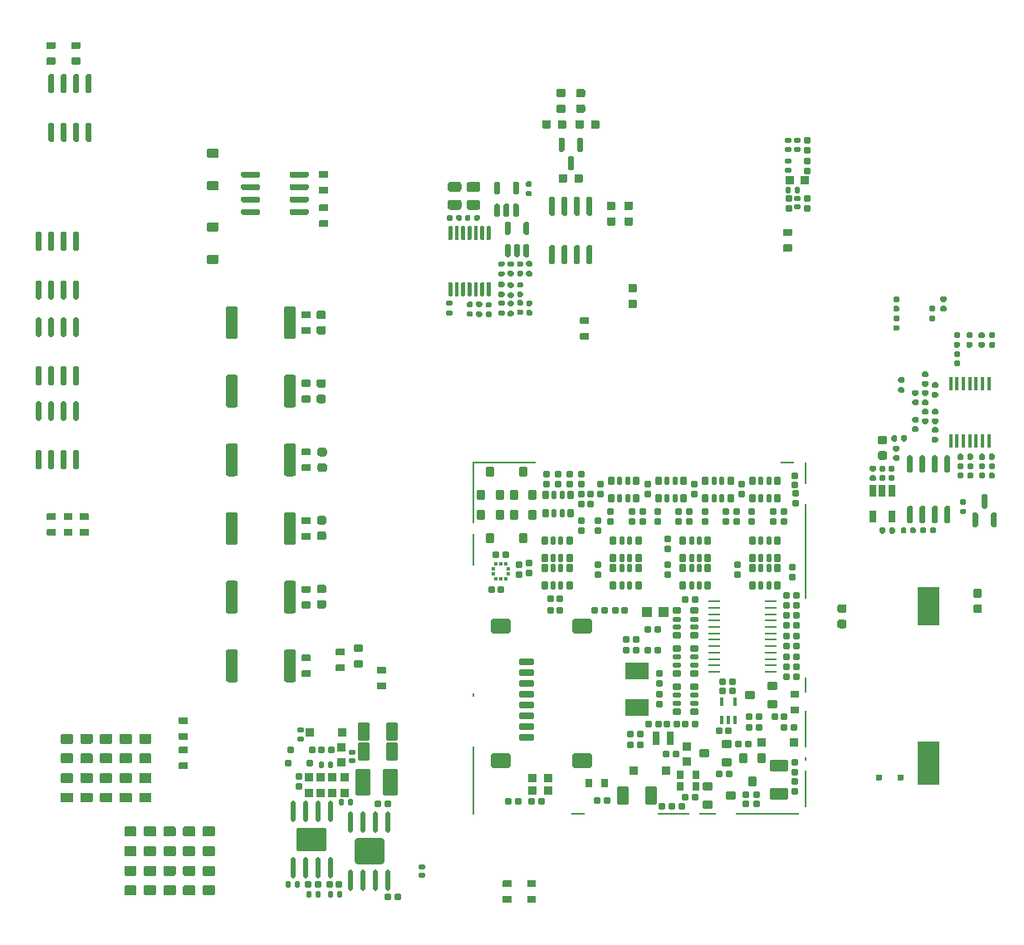
<source format=gbp>
G75*
G70*
%OFA0B0*%
%FSLAX25Y25*%
%IPPOS*%
%LPD*%
%AMOC8*
5,1,8,0,0,1.08239X$1,22.5*
%
%AMM11*
21,1,0.023620,0.018900,0.000000,0.000000,90.000000*
21,1,0.018900,0.023620,0.000000,0.000000,90.000000*
1,1,0.004720,0.009450,0.009450*
1,1,0.004720,0.009450,-0.009450*
1,1,0.004720,-0.009450,-0.009450*
1,1,0.004720,-0.009450,0.009450*
%
%AMM117*
21,1,0.023620,0.018900,0.000000,-0.000000,90.000000*
21,1,0.018900,0.023620,0.000000,-0.000000,90.000000*
1,1,0.004720,0.009450,0.009450*
1,1,0.004720,0.009450,-0.009450*
1,1,0.004720,-0.009450,-0.009450*
1,1,0.004720,-0.009450,0.009450*
%
%AMM118*
21,1,0.019680,0.019680,0.000000,-0.000000,180.000000*
21,1,0.015750,0.023620,0.000000,-0.000000,180.000000*
1,1,0.003940,-0.007870,0.009840*
1,1,0.003940,0.007870,0.009840*
1,1,0.003940,0.007870,-0.009840*
1,1,0.003940,-0.007870,-0.009840*
%
%AMM119*
21,1,0.033470,0.026770,0.000000,-0.000000,180.000000*
21,1,0.026770,0.033470,0.000000,-0.000000,180.000000*
1,1,0.006690,-0.013390,0.013390*
1,1,0.006690,0.013390,0.013390*
1,1,0.006690,0.013390,-0.013390*
1,1,0.006690,-0.013390,-0.013390*
%
%AMM12*
21,1,0.019680,0.019680,0.000000,0.000000,0.000000*
21,1,0.015750,0.023620,0.000000,0.000000,0.000000*
1,1,0.003940,0.007870,-0.009840*
1,1,0.003940,-0.007870,-0.009840*
1,1,0.003940,-0.007870,0.009840*
1,1,0.003940,0.007870,0.009840*
%
%AMM120*
21,1,0.019680,0.019680,0.000000,-0.000000,270.000000*
21,1,0.015750,0.023620,0.000000,-0.000000,270.000000*
1,1,0.003940,-0.009840,-0.007870*
1,1,0.003940,-0.009840,0.007870*
1,1,0.003940,0.009840,0.007870*
1,1,0.003940,0.009840,-0.007870*
%
%AMM13*
21,1,0.019680,0.019680,0.000000,0.000000,270.000000*
21,1,0.015750,0.023620,0.000000,0.000000,270.000000*
1,1,0.003940,-0.009840,-0.007870*
1,1,0.003940,-0.009840,0.007870*
1,1,0.003940,0.009840,0.007870*
1,1,0.003940,0.009840,-0.007870*
%
%AMM183*
21,1,0.025590,0.026380,-0.000000,-0.000000,90.000000*
21,1,0.020470,0.031500,-0.000000,-0.000000,90.000000*
1,1,0.005120,0.013190,0.010240*
1,1,0.005120,0.013190,-0.010240*
1,1,0.005120,-0.013190,-0.010240*
1,1,0.005120,-0.013190,0.010240*
%
%AMM184*
21,1,0.017720,0.027950,-0.000000,-0.000000,90.000000*
21,1,0.014170,0.031500,-0.000000,-0.000000,90.000000*
1,1,0.003540,0.013980,0.007090*
1,1,0.003540,0.013980,-0.007090*
1,1,0.003540,-0.013980,-0.007090*
1,1,0.003540,-0.013980,0.007090*
%
%AMM187*
21,1,0.027560,0.018900,-0.000000,-0.000000,270.000000*
21,1,0.022840,0.023620,-0.000000,-0.000000,270.000000*
1,1,0.004720,-0.009450,-0.011420*
1,1,0.004720,-0.009450,0.011420*
1,1,0.004720,0.009450,0.011420*
1,1,0.004720,0.009450,-0.011420*
%
%AMM189*
21,1,0.027560,0.018900,-0.000000,-0.000000,0.000000*
21,1,0.022840,0.023620,-0.000000,-0.000000,0.000000*
1,1,0.004720,0.011420,-0.009450*
1,1,0.004720,-0.011420,-0.009450*
1,1,0.004720,-0.011420,0.009450*
1,1,0.004720,0.011420,0.009450*
%
%AMM191*
21,1,0.035430,0.030320,-0.000000,-0.000000,90.000000*
21,1,0.028350,0.037400,-0.000000,-0.000000,90.000000*
1,1,0.007090,0.015160,0.014170*
1,1,0.007090,0.015160,-0.014170*
1,1,0.007090,-0.015160,-0.014170*
1,1,0.007090,-0.015160,0.014170*
%
%AMM194*
21,1,0.027560,0.030710,-0.000000,-0.000000,180.000000*
21,1,0.022050,0.036220,-0.000000,-0.000000,180.000000*
1,1,0.005510,-0.011020,0.015350*
1,1,0.005510,0.011020,0.015350*
1,1,0.005510,0.011020,-0.015350*
1,1,0.005510,-0.011020,-0.015350*
%
%AMM215*
21,1,0.033470,0.026770,-0.000000,-0.000000,270.000000*
21,1,0.026770,0.033470,-0.000000,-0.000000,270.000000*
1,1,0.006690,-0.013390,-0.013390*
1,1,0.006690,-0.013390,0.013390*
1,1,0.006690,0.013390,0.013390*
1,1,0.006690,0.013390,-0.013390*
%
%AMM216*
21,1,0.025590,0.026380,-0.000000,-0.000000,180.000000*
21,1,0.020470,0.031500,-0.000000,-0.000000,180.000000*
1,1,0.005120,-0.010240,0.013190*
1,1,0.005120,0.010240,0.013190*
1,1,0.005120,0.010240,-0.013190*
1,1,0.005120,-0.010240,-0.013190*
%
%AMM217*
21,1,0.017720,0.027950,-0.000000,-0.000000,180.000000*
21,1,0.014170,0.031500,-0.000000,-0.000000,180.000000*
1,1,0.003540,-0.007090,0.013980*
1,1,0.003540,0.007090,0.013980*
1,1,0.003540,0.007090,-0.013980*
1,1,0.003540,-0.007090,-0.013980*
%
%AMM218*
21,1,0.033470,0.026770,-0.000000,-0.000000,180.000000*
21,1,0.026770,0.033470,-0.000000,-0.000000,180.000000*
1,1,0.006690,-0.013390,0.013390*
1,1,0.006690,0.013390,0.013390*
1,1,0.006690,0.013390,-0.013390*
1,1,0.006690,-0.013390,-0.013390*
%
%AMM219*
21,1,0.078740,0.045670,-0.000000,-0.000000,0.000000*
21,1,0.067320,0.057090,-0.000000,-0.000000,0.000000*
1,1,0.011420,0.033660,-0.022840*
1,1,0.011420,-0.033660,-0.022840*
1,1,0.011420,-0.033660,0.022840*
1,1,0.011420,0.033660,0.022840*
%
%AMM220*
21,1,0.059060,0.020470,-0.000000,-0.000000,0.000000*
21,1,0.053940,0.025590,-0.000000,-0.000000,0.000000*
1,1,0.005120,0.026970,-0.010240*
1,1,0.005120,-0.026970,-0.010240*
1,1,0.005120,-0.026970,0.010240*
1,1,0.005120,0.026970,0.010240*
%
%AMM221*
21,1,0.035430,0.030320,-0.000000,-0.000000,0.000000*
21,1,0.028350,0.037400,-0.000000,-0.000000,0.000000*
1,1,0.007090,0.014170,-0.015160*
1,1,0.007090,-0.014170,-0.015160*
1,1,0.007090,-0.014170,0.015160*
1,1,0.007090,0.014170,0.015160*
%
%AMM222*
21,1,0.012600,0.028980,-0.000000,-0.000000,0.000000*
21,1,0.010080,0.031500,-0.000000,-0.000000,0.000000*
1,1,0.002520,0.005040,-0.014490*
1,1,0.002520,-0.005040,-0.014490*
1,1,0.002520,-0.005040,0.014490*
1,1,0.002520,0.005040,0.014490*
%
%AMM223*
21,1,0.070870,0.036220,-0.000000,-0.000000,180.000000*
21,1,0.061810,0.045280,-0.000000,-0.000000,180.000000*
1,1,0.009060,-0.030910,0.018110*
1,1,0.009060,0.030910,0.018110*
1,1,0.009060,0.030910,-0.018110*
1,1,0.009060,-0.030910,-0.018110*
%
%AMM224*
21,1,0.035830,0.026770,-0.000000,-0.000000,180.000000*
21,1,0.029130,0.033470,-0.000000,-0.000000,180.000000*
1,1,0.006690,-0.014570,0.013390*
1,1,0.006690,0.014570,0.013390*
1,1,0.006690,0.014570,-0.013390*
1,1,0.006690,-0.014570,-0.013390*
%
%AMM225*
21,1,0.027560,0.049610,-0.000000,-0.000000,180.000000*
21,1,0.022050,0.055120,-0.000000,-0.000000,180.000000*
1,1,0.005510,-0.011020,0.024800*
1,1,0.005510,0.011020,0.024800*
1,1,0.005510,0.011020,-0.024800*
1,1,0.005510,-0.011020,-0.024800*
%
%AMM226*
21,1,0.070870,0.036220,-0.000000,-0.000000,270.000000*
21,1,0.061810,0.045280,-0.000000,-0.000000,270.000000*
1,1,0.009060,-0.018110,-0.030910*
1,1,0.009060,-0.018110,0.030910*
1,1,0.009060,0.018110,0.030910*
1,1,0.009060,0.018110,-0.030910*
%
%AMM227*
21,1,0.027560,0.030710,-0.000000,-0.000000,270.000000*
21,1,0.022050,0.036220,-0.000000,-0.000000,270.000000*
1,1,0.005510,-0.015350,-0.011020*
1,1,0.005510,-0.015350,0.011020*
1,1,0.005510,0.015350,0.011020*
1,1,0.005510,0.015350,-0.011020*
%
%AMM27*
21,1,0.106300,0.050390,0.000000,0.000000,90.000000*
21,1,0.093700,0.062990,0.000000,0.000000,90.000000*
1,1,0.012600,0.025200,0.046850*
1,1,0.012600,0.025200,-0.046850*
1,1,0.012600,-0.025200,-0.046850*
1,1,0.012600,-0.025200,0.046850*
%
%AMM28*
21,1,0.033470,0.026770,0.000000,0.000000,270.000000*
21,1,0.026770,0.033470,0.000000,0.000000,270.000000*
1,1,0.006690,-0.013390,-0.013390*
1,1,0.006690,-0.013390,0.013390*
1,1,0.006690,0.013390,0.013390*
1,1,0.006690,0.013390,-0.013390*
%
%AMM29*
21,1,0.023620,0.018900,0.000000,0.000000,180.000000*
21,1,0.018900,0.023620,0.000000,0.000000,180.000000*
1,1,0.004720,-0.009450,0.009450*
1,1,0.004720,0.009450,0.009450*
1,1,0.004720,0.009450,-0.009450*
1,1,0.004720,-0.009450,-0.009450*
%
%AMM30*
21,1,0.122050,0.075590,0.000000,0.000000,180.000000*
21,1,0.103150,0.094490,0.000000,0.000000,180.000000*
1,1,0.018900,-0.051580,0.037800*
1,1,0.018900,0.051580,0.037800*
1,1,0.018900,0.051580,-0.037800*
1,1,0.018900,-0.051580,-0.037800*
%
%AMM31*
21,1,0.118110,0.083460,0.000000,0.000000,0.000000*
21,1,0.097240,0.104330,0.000000,0.000000,0.000000*
1,1,0.020870,0.048620,-0.041730*
1,1,0.020870,-0.048620,-0.041730*
1,1,0.020870,-0.048620,0.041730*
1,1,0.020870,0.048620,0.041730*
%
%AMM7*
21,1,0.035830,0.026770,0.000000,0.000000,0.000000*
21,1,0.029130,0.033470,0.000000,0.000000,0.000000*
1,1,0.006690,0.014570,-0.013390*
1,1,0.006690,-0.014570,-0.013390*
1,1,0.006690,-0.014570,0.013390*
1,1,0.006690,0.014570,0.013390*
%
%AMM8*
21,1,0.070870,0.036220,0.000000,0.000000,90.000000*
21,1,0.061810,0.045280,0.000000,0.000000,90.000000*
1,1,0.009060,0.018110,0.030910*
1,1,0.009060,0.018110,-0.030910*
1,1,0.009060,-0.018110,-0.030910*
1,1,0.009060,-0.018110,0.030910*
%
%ADD109M7*%
%ADD110M8*%
%ADD113M11*%
%ADD114M12*%
%ADD115M13*%
%ADD133M27*%
%ADD134M28*%
%ADD135M29*%
%ADD136O,0.01968X0.08661*%
%ADD137M30*%
%ADD138M31*%
%ADD236R,0.01378X0.01476*%
%ADD239O,0.04961X0.00984*%
%ADD241R,0.09449X0.06693*%
%ADD242R,0.01476X0.01378*%
%ADD244R,0.03937X0.04331*%
%ADD299M117*%
%ADD300M118*%
%ADD301M119*%
%ADD302M120*%
%ADD313R,0.01772X0.05709*%
%ADD314R,0.02559X0.04803*%
%ADD393M183*%
%ADD394M184*%
%ADD397M187*%
%ADD399M189*%
%ADD401M191*%
%ADD404M194*%
%ADD425M215*%
%ADD426M216*%
%ADD427M217*%
%ADD428M218*%
%ADD429M219*%
%ADD430M220*%
%ADD431M221*%
%ADD432M222*%
%ADD433M223*%
%ADD434M224*%
%ADD435M225*%
%ADD436M226*%
%ADD437M227*%
%ADD59R,0.00787X0.14567*%
%ADD60R,0.00787X0.01575*%
%ADD61R,0.00787X0.06299*%
%ADD62R,0.00787X0.38189*%
%ADD63R,0.00787X0.09055*%
%ADD64R,0.05512X0.00787*%
%ADD65R,0.25197X0.00787*%
%ADD66R,0.06693X0.00787*%
%ADD67R,0.12992X0.00787*%
%ADD68R,0.00787X0.27559*%
%ADD69R,0.00787X0.12992*%
%ADD70R,0.00787X0.24803*%
%ADD97R,0.09055X0.17323*%
%ADD98R,0.09055X0.15748*%
X0000000Y0000000D02*
%LPD*%
G01*
G36*
G01*
X0214173Y0319910D02*
X0215354Y0319910D01*
G75*
G02*
X0215945Y0319319I0000000J-000591D01*
G01*
X0215945Y0314693D01*
G75*
G02*
X0215354Y0314102I-000591J0000000D01*
G01*
X0214173Y0314102D01*
G75*
G02*
X0213583Y0314693I0000000J0000591D01*
G01*
X0213583Y0319319D01*
G75*
G02*
X0214173Y0319910I0000591J0000000D01*
G01*
G37*
G36*
G01*
X0221654Y0319910D02*
X0222835Y0319910D01*
G75*
G02*
X0223425Y0319319I0000000J-000591D01*
G01*
X0223425Y0314693D01*
G75*
G02*
X0222835Y0314102I-000591J0000000D01*
G01*
X0221654Y0314102D01*
G75*
G02*
X0221063Y0314693I0000000J0000591D01*
G01*
X0221063Y0319319D01*
G75*
G02*
X0221654Y0319910I0000591J0000000D01*
G01*
G37*
G36*
G01*
X0217913Y0312528D02*
X0219094Y0312528D01*
G75*
G02*
X0219685Y0311937I0000000J-000591D01*
G01*
X0219685Y0307311D01*
G75*
G02*
X0219094Y0306721I-000591J0000000D01*
G01*
X0217913Y0306721D01*
G75*
G02*
X0217323Y0307311I0000000J0000591D01*
G01*
X0217323Y0311937D01*
G75*
G02*
X0217913Y0312528I0000591J0000000D01*
G01*
G37*
G36*
G01*
X0049803Y0052992D02*
X0045669Y0052992D01*
G75*
G02*
X0045276Y0053386I0000000J0000394D01*
G01*
X0045276Y0056535D01*
G75*
G02*
X0045669Y0056929I0000394J0000000D01*
G01*
X0049803Y0056929D01*
G75*
G02*
X0050197Y0056535I0000000J-000394D01*
G01*
X0050197Y0053386D01*
G75*
G02*
X0049803Y0052992I-000394J0000000D01*
G01*
G37*
G36*
G01*
X0049803Y0060866D02*
X0045669Y0060866D01*
G75*
G02*
X0045276Y0061260I0000000J0000394D01*
G01*
X0045276Y0064409D01*
G75*
G02*
X0045669Y0064803I0000394J0000000D01*
G01*
X0049803Y0064803D01*
G75*
G02*
X0050197Y0064409I0000000J-000394D01*
G01*
X0050197Y0061260D01*
G75*
G02*
X0049803Y0060866I-000394J0000000D01*
G01*
G37*
G36*
G01*
X0241969Y0261083D02*
X0244646Y0261083D01*
G75*
G02*
X0244980Y0260748I0000000J-000335D01*
G01*
X0244980Y0258071D01*
G75*
G02*
X0244646Y0257736I-000335J0000000D01*
G01*
X0241969Y0257736D01*
G75*
G02*
X0241634Y0258071I0000000J0000335D01*
G01*
X0241634Y0260748D01*
G75*
G02*
X0241969Y0261083I0000335J0000000D01*
G01*
G37*
G36*
G01*
X0241969Y0254862D02*
X0244646Y0254862D01*
G75*
G02*
X0244980Y0254528I0000000J-000335D01*
G01*
X0244980Y0251850D01*
G75*
G02*
X0244646Y0251516I-000335J0000000D01*
G01*
X0241969Y0251516D01*
G75*
G02*
X0241634Y0251850I0000000J0000335D01*
G01*
X0241634Y0254528D01*
G75*
G02*
X0241969Y0254862I0000335J0000000D01*
G01*
G37*
G36*
G01*
X0076811Y0298819D02*
X0072795Y0298819D01*
G75*
G02*
X0072441Y0299173I0000000J0000354D01*
G01*
X0072441Y0302008D01*
G75*
G02*
X0072795Y0302362I0000354J0000000D01*
G01*
X0076811Y0302362D01*
G75*
G02*
X0077165Y0302008I0000000J-000354D01*
G01*
X0077165Y0299173D01*
G75*
G02*
X0076811Y0298819I-000354J0000000D01*
G01*
G37*
G36*
G01*
X0076811Y0311811D02*
X0072795Y0311811D01*
G75*
G02*
X0072441Y0312165I0000000J0000354D01*
G01*
X0072441Y0315000D01*
G75*
G02*
X0072795Y0315354I0000354J0000000D01*
G01*
X0076811Y0315354D01*
G75*
G02*
X0077165Y0315000I0000000J-000354D01*
G01*
X0077165Y0312165D01*
G75*
G02*
X0076811Y0311811I-000354J0000000D01*
G01*
G37*
D97*
X0362205Y0068898D03*
D98*
X0362205Y0131890D03*
G36*
G01*
X0004311Y0247638D02*
X0005492Y0247638D01*
G75*
G02*
X0006083Y0247047I0000000J-000591D01*
G01*
X0006083Y0240551D01*
G75*
G02*
X0005492Y0239961I-000591J0000000D01*
G01*
X0004311Y0239961D01*
G75*
G02*
X0003720Y0240551I0000000J0000591D01*
G01*
X0003720Y0247047D01*
G75*
G02*
X0004311Y0247638I0000591J0000000D01*
G01*
G37*
G36*
G01*
X0009311Y0247638D02*
X0010492Y0247638D01*
G75*
G02*
X0011083Y0247047I0000000J-000591D01*
G01*
X0011083Y0240551D01*
G75*
G02*
X0010492Y0239961I-000591J0000000D01*
G01*
X0009311Y0239961D01*
G75*
G02*
X0008720Y0240551I0000000J0000591D01*
G01*
X0008720Y0247047D01*
G75*
G02*
X0009311Y0247638I0000591J0000000D01*
G01*
G37*
G36*
G01*
X0014311Y0247638D02*
X0015492Y0247638D01*
G75*
G02*
X0016083Y0247047I0000000J-000591D01*
G01*
X0016083Y0240551D01*
G75*
G02*
X0015492Y0239961I-000591J0000000D01*
G01*
X0014311Y0239961D01*
G75*
G02*
X0013720Y0240551I0000000J0000591D01*
G01*
X0013720Y0247047D01*
G75*
G02*
X0014311Y0247638I0000591J0000000D01*
G01*
G37*
G36*
G01*
X0019311Y0247638D02*
X0020492Y0247638D01*
G75*
G02*
X0021083Y0247047I0000000J-000591D01*
G01*
X0021083Y0240551D01*
G75*
G02*
X0020492Y0239961I-000591J0000000D01*
G01*
X0019311Y0239961D01*
G75*
G02*
X0018720Y0240551I0000000J0000591D01*
G01*
X0018720Y0247047D01*
G75*
G02*
X0019311Y0247638I0000591J0000000D01*
G01*
G37*
G36*
G01*
X0019311Y0228150D02*
X0020492Y0228150D01*
G75*
G02*
X0021083Y0227559I0000000J-000591D01*
G01*
X0021083Y0221063D01*
G75*
G02*
X0020492Y0220472I-000591J0000000D01*
G01*
X0019311Y0220472D01*
G75*
G02*
X0018720Y0221063I0000000J0000591D01*
G01*
X0018720Y0227559D01*
G75*
G02*
X0019311Y0228150I0000591J0000000D01*
G01*
G37*
G36*
G01*
X0014311Y0228150D02*
X0015492Y0228150D01*
G75*
G02*
X0016083Y0227559I0000000J-000591D01*
G01*
X0016083Y0221063D01*
G75*
G02*
X0015492Y0220472I-000591J0000000D01*
G01*
X0014311Y0220472D01*
G75*
G02*
X0013720Y0221063I0000000J0000591D01*
G01*
X0013720Y0227559D01*
G75*
G02*
X0014311Y0228150I0000591J0000000D01*
G01*
G37*
G36*
G01*
X0009311Y0228150D02*
X0010492Y0228150D01*
G75*
G02*
X0011083Y0227559I0000000J-000591D01*
G01*
X0011083Y0221063D01*
G75*
G02*
X0010492Y0220472I-000591J0000000D01*
G01*
X0009311Y0220472D01*
G75*
G02*
X0008720Y0221063I0000000J0000591D01*
G01*
X0008720Y0227559D01*
G75*
G02*
X0009311Y0228150I0000591J0000000D01*
G01*
G37*
G36*
G01*
X0004311Y0228150D02*
X0005492Y0228150D01*
G75*
G02*
X0006083Y0227559I0000000J-000591D01*
G01*
X0006083Y0221063D01*
G75*
G02*
X0005492Y0220472I-000591J0000000D01*
G01*
X0004311Y0220472D01*
G75*
G02*
X0003720Y0221063I0000000J0000591D01*
G01*
X0003720Y0227559D01*
G75*
G02*
X0004311Y0228150I0000591J0000000D01*
G01*
G37*
G36*
G01*
X0011575Y0160039D02*
X0008504Y0160039D01*
G75*
G02*
X0008228Y0160315I0000000J0000276D01*
G01*
X0008228Y0162520D01*
G75*
G02*
X0008504Y0162795I0000276J0000000D01*
G01*
X0011575Y0162795D01*
G75*
G02*
X0011850Y0162520I0000000J-000276D01*
G01*
X0011850Y0160315D01*
G75*
G02*
X0011575Y0160039I-000276J0000000D01*
G01*
G37*
G36*
G01*
X0011575Y0166339D02*
X0008504Y0166339D01*
G75*
G02*
X0008228Y0166614I0000000J0000276D01*
G01*
X0008228Y0168819D01*
G75*
G02*
X0008504Y0169094I0000276J0000000D01*
G01*
X0011575Y0169094D01*
G75*
G02*
X0011850Y0168819I0000000J-000276D01*
G01*
X0011850Y0166614D01*
G75*
G02*
X0011575Y0166339I-000276J0000000D01*
G01*
G37*
G36*
G01*
X0229941Y0326535D02*
X0229941Y0323858D01*
G75*
G02*
X0229606Y0323524I-000335J0000000D01*
G01*
X0226929Y0323524D01*
G75*
G02*
X0226594Y0323858I0000000J0000335D01*
G01*
X0226594Y0326535D01*
G75*
G02*
X0226929Y0326870I0000335J0000000D01*
G01*
X0229606Y0326870D01*
G75*
G02*
X0229941Y0326535I0000000J-000335D01*
G01*
G37*
G36*
G01*
X0223720Y0326535D02*
X0223720Y0323858D01*
G75*
G02*
X0223386Y0323524I-000335J0000000D01*
G01*
X0220709Y0323524D01*
G75*
G02*
X0220374Y0323858I0000000J0000335D01*
G01*
X0220374Y0326535D01*
G75*
G02*
X0220709Y0326870I0000335J0000000D01*
G01*
X0223386Y0326870D01*
G75*
G02*
X0223720Y0326535I0000000J-000335D01*
G01*
G37*
G36*
G01*
X0026181Y0052992D02*
X0022047Y0052992D01*
G75*
G02*
X0021654Y0053386I0000000J0000394D01*
G01*
X0021654Y0056535D01*
G75*
G02*
X0022047Y0056929I0000394J0000000D01*
G01*
X0026181Y0056929D01*
G75*
G02*
X0026575Y0056535I0000000J-000394D01*
G01*
X0026575Y0053386D01*
G75*
G02*
X0026181Y0052992I-000394J0000000D01*
G01*
G37*
G36*
G01*
X0026181Y0060866D02*
X0022047Y0060866D01*
G75*
G02*
X0021654Y0061260I0000000J0000394D01*
G01*
X0021654Y0064409D01*
G75*
G02*
X0022047Y0064803I0000394J0000000D01*
G01*
X0026181Y0064803D01*
G75*
G02*
X0026575Y0064409I0000000J-000394D01*
G01*
X0026575Y0061260D01*
G75*
G02*
X0026181Y0060866I-000394J0000000D01*
G01*
G37*
G36*
G01*
X0380551Y0138642D02*
X0383228Y0138642D01*
G75*
G02*
X0383563Y0138307I0000000J-000335D01*
G01*
X0383563Y0135630D01*
G75*
G02*
X0383228Y0135295I-000335J0000000D01*
G01*
X0380551Y0135295D01*
G75*
G02*
X0380217Y0135630I0000000J0000335D01*
G01*
X0380217Y0138307D01*
G75*
G02*
X0380551Y0138642I0000335J0000000D01*
G01*
G37*
G36*
G01*
X0380551Y0132421D02*
X0383228Y0132421D01*
G75*
G02*
X0383563Y0132087I0000000J-000335D01*
G01*
X0383563Y0129409D01*
G75*
G02*
X0383228Y0129075I-000335J0000000D01*
G01*
X0380551Y0129075D01*
G75*
G02*
X0380217Y0129409I0000000J0000335D01*
G01*
X0380217Y0132087D01*
G75*
G02*
X0380551Y0132421I0000335J0000000D01*
G01*
G37*
G36*
G01*
X0213720Y0302134D02*
X0213720Y0304811D01*
G75*
G02*
X0214055Y0305146I0000335J0000000D01*
G01*
X0216732Y0305146D01*
G75*
G02*
X0217067Y0304811I0000000J-000335D01*
G01*
X0217067Y0302134D01*
G75*
G02*
X0216732Y0301799I-000335J0000000D01*
G01*
X0214055Y0301799D01*
G75*
G02*
X0213720Y0302134I0000000J0000335D01*
G01*
G37*
G36*
G01*
X0219941Y0302134D02*
X0219941Y0304811D01*
G75*
G02*
X0220276Y0305146I0000335J0000000D01*
G01*
X0222953Y0305146D01*
G75*
G02*
X0223287Y0304811I0000000J-000335D01*
G01*
X0223287Y0302134D01*
G75*
G02*
X0222953Y0301799I-000335J0000000D01*
G01*
X0220276Y0301799D01*
G75*
G02*
X0219941Y0302134I0000000J0000335D01*
G01*
G37*
G36*
G01*
X0024764Y0160039D02*
X0021693Y0160039D01*
G75*
G02*
X0021417Y0160315I0000000J0000276D01*
G01*
X0021417Y0162520D01*
G75*
G02*
X0021693Y0162795I0000276J0000000D01*
G01*
X0024764Y0162795D01*
G75*
G02*
X0025039Y0162520I0000000J-000276D01*
G01*
X0025039Y0160315D01*
G75*
G02*
X0024764Y0160039I-000276J0000000D01*
G01*
G37*
G36*
G01*
X0024764Y0166339D02*
X0021693Y0166339D01*
G75*
G02*
X0021417Y0166614I0000000J0000276D01*
G01*
X0021417Y0168819D01*
G75*
G02*
X0021693Y0169094I0000276J0000000D01*
G01*
X0024764Y0169094D01*
G75*
G02*
X0025039Y0168819I0000000J-000276D01*
G01*
X0025039Y0166614D01*
G75*
G02*
X0024764Y0166339I-000276J0000000D01*
G01*
G37*
G36*
G01*
X0063287Y0043307D02*
X0067421Y0043307D01*
G75*
G02*
X0067815Y0042913I0000000J-000394D01*
G01*
X0067815Y0039764D01*
G75*
G02*
X0067421Y0039370I-000394J0000000D01*
G01*
X0063287Y0039370D01*
G75*
G02*
X0062894Y0039764I0000000J0000394D01*
G01*
X0062894Y0042913D01*
G75*
G02*
X0063287Y0043307I0000394J0000000D01*
G01*
G37*
G36*
G01*
X0063287Y0035433D02*
X0067421Y0035433D01*
G75*
G02*
X0067815Y0035039I0000000J-000394D01*
G01*
X0067815Y0031890D01*
G75*
G02*
X0067421Y0031496I-000394J0000000D01*
G01*
X0063287Y0031496D01*
G75*
G02*
X0062894Y0031890I0000000J0000394D01*
G01*
X0062894Y0035039D01*
G75*
G02*
X0063287Y0035433I0000394J0000000D01*
G01*
G37*
G36*
G01*
X0108169Y0251280D02*
X0108169Y0240059D01*
G75*
G02*
X0107185Y0239075I-000984J0000000D01*
G01*
X0104331Y0239075D01*
G75*
G02*
X0103346Y0240059I0000000J0000984D01*
G01*
X0103346Y0251280D01*
G75*
G02*
X0104331Y0252264I0000984J0000000D01*
G01*
X0107185Y0252264D01*
G75*
G02*
X0108169Y0251280I0000000J-000984D01*
G01*
G37*
G36*
G01*
X0084843Y0251280D02*
X0084843Y0240059D01*
G75*
G02*
X0083858Y0239075I-000984J0000000D01*
G01*
X0081004Y0239075D01*
G75*
G02*
X0080020Y0240059I0000000J0000984D01*
G01*
X0080020Y0251280D01*
G75*
G02*
X0081004Y0252264I0000984J0000000D01*
G01*
X0083858Y0252264D01*
G75*
G02*
X0084843Y0251280I0000000J-000984D01*
G01*
G37*
G36*
G01*
X0029921Y0080551D02*
X0034055Y0080551D01*
G75*
G02*
X0034449Y0080157I0000000J-000394D01*
G01*
X0034449Y0077008D01*
G75*
G02*
X0034055Y0076614I-000394J0000000D01*
G01*
X0029921Y0076614D01*
G75*
G02*
X0029528Y0077008I0000000J0000394D01*
G01*
X0029528Y0080157D01*
G75*
G02*
X0029921Y0080551I0000394J0000000D01*
G01*
G37*
G36*
G01*
X0029921Y0072677D02*
X0034055Y0072677D01*
G75*
G02*
X0034449Y0072283I0000000J-000394D01*
G01*
X0034449Y0069134D01*
G75*
G02*
X0034055Y0068740I-000394J0000000D01*
G01*
X0029921Y0068740D01*
G75*
G02*
X0029528Y0069134I0000000J0000394D01*
G01*
X0029528Y0072283D01*
G75*
G02*
X0029921Y0072677I0000394J0000000D01*
G01*
G37*
G36*
G01*
X0075295Y0015748D02*
X0071161Y0015748D01*
G75*
G02*
X0070768Y0016142I0000000J0000394D01*
G01*
X0070768Y0019291D01*
G75*
G02*
X0071161Y0019685I0000394J0000000D01*
G01*
X0075295Y0019685D01*
G75*
G02*
X0075689Y0019291I0000000J-000394D01*
G01*
X0075689Y0016142D01*
G75*
G02*
X0075295Y0015748I-000394J0000000D01*
G01*
G37*
G36*
G01*
X0075295Y0023622D02*
X0071161Y0023622D01*
G75*
G02*
X0070768Y0024016I0000000J0000394D01*
G01*
X0070768Y0027165D01*
G75*
G02*
X0071161Y0027559I0000394J0000000D01*
G01*
X0075295Y0027559D01*
G75*
G02*
X0075689Y0027165I0000000J-000394D01*
G01*
X0075689Y0024016D01*
G75*
G02*
X0075295Y0023622I-000394J0000000D01*
G01*
G37*
G36*
G01*
X0210413Y0296260D02*
X0211594Y0296260D01*
G75*
G02*
X0212185Y0295669I0000000J-000591D01*
G01*
X0212185Y0289173D01*
G75*
G02*
X0211594Y0288583I-000591J0000000D01*
G01*
X0210413Y0288583D01*
G75*
G02*
X0209823Y0289173I0000000J0000591D01*
G01*
X0209823Y0295669D01*
G75*
G02*
X0210413Y0296260I0000591J0000000D01*
G01*
G37*
G36*
G01*
X0215413Y0296260D02*
X0216594Y0296260D01*
G75*
G02*
X0217185Y0295669I0000000J-000591D01*
G01*
X0217185Y0289173D01*
G75*
G02*
X0216594Y0288583I-000591J0000000D01*
G01*
X0215413Y0288583D01*
G75*
G02*
X0214823Y0289173I0000000J0000591D01*
G01*
X0214823Y0295669D01*
G75*
G02*
X0215413Y0296260I0000591J0000000D01*
G01*
G37*
G36*
G01*
X0220413Y0296260D02*
X0221594Y0296260D01*
G75*
G02*
X0222185Y0295669I0000000J-000591D01*
G01*
X0222185Y0289173D01*
G75*
G02*
X0221594Y0288583I-000591J0000000D01*
G01*
X0220413Y0288583D01*
G75*
G02*
X0219823Y0289173I0000000J0000591D01*
G01*
X0219823Y0295669D01*
G75*
G02*
X0220413Y0296260I0000591J0000000D01*
G01*
G37*
G36*
G01*
X0225413Y0296260D02*
X0226594Y0296260D01*
G75*
G02*
X0227185Y0295669I0000000J-000591D01*
G01*
X0227185Y0289173D01*
G75*
G02*
X0226594Y0288583I-000591J0000000D01*
G01*
X0225413Y0288583D01*
G75*
G02*
X0224823Y0289173I0000000J0000591D01*
G01*
X0224823Y0295669D01*
G75*
G02*
X0225413Y0296260I0000591J0000000D01*
G01*
G37*
G36*
G01*
X0225413Y0276772D02*
X0226594Y0276772D01*
G75*
G02*
X0227185Y0276181I0000000J-000591D01*
G01*
X0227185Y0269685D01*
G75*
G02*
X0226594Y0269094I-000591J0000000D01*
G01*
X0225413Y0269094D01*
G75*
G02*
X0224823Y0269685I0000000J0000591D01*
G01*
X0224823Y0276181D01*
G75*
G02*
X0225413Y0276772I0000591J0000000D01*
G01*
G37*
G36*
G01*
X0220413Y0276772D02*
X0221594Y0276772D01*
G75*
G02*
X0222185Y0276181I0000000J-000591D01*
G01*
X0222185Y0269685D01*
G75*
G02*
X0221594Y0269094I-000591J0000000D01*
G01*
X0220413Y0269094D01*
G75*
G02*
X0219823Y0269685I0000000J0000591D01*
G01*
X0219823Y0276181D01*
G75*
G02*
X0220413Y0276772I0000591J0000000D01*
G01*
G37*
G36*
G01*
X0215413Y0276772D02*
X0216594Y0276772D01*
G75*
G02*
X0217185Y0276181I0000000J-000591D01*
G01*
X0217185Y0269685D01*
G75*
G02*
X0216594Y0269094I-000591J0000000D01*
G01*
X0215413Y0269094D01*
G75*
G02*
X0214823Y0269685I0000000J0000591D01*
G01*
X0214823Y0276181D01*
G75*
G02*
X0215413Y0276772I0000591J0000000D01*
G01*
G37*
G36*
G01*
X0210413Y0276772D02*
X0211594Y0276772D01*
G75*
G02*
X0212185Y0276181I0000000J-000591D01*
G01*
X0212185Y0269685D01*
G75*
G02*
X0211594Y0269094I-000591J0000000D01*
G01*
X0210413Y0269094D01*
G75*
G02*
X0209823Y0269685I0000000J0000591D01*
G01*
X0209823Y0276181D01*
G75*
G02*
X0210413Y0276772I0000591J0000000D01*
G01*
G37*
G36*
G01*
X0014173Y0080551D02*
X0018307Y0080551D01*
G75*
G02*
X0018701Y0080157I0000000J-000394D01*
G01*
X0018701Y0077008D01*
G75*
G02*
X0018307Y0076614I-000394J0000000D01*
G01*
X0014173Y0076614D01*
G75*
G02*
X0013780Y0077008I0000000J0000394D01*
G01*
X0013780Y0080157D01*
G75*
G02*
X0014173Y0080551I0000394J0000000D01*
G01*
G37*
G36*
G01*
X0014173Y0072677D02*
X0018307Y0072677D01*
G75*
G02*
X0018701Y0072283I0000000J-000394D01*
G01*
X0018701Y0069134D01*
G75*
G02*
X0018307Y0068740I-000394J0000000D01*
G01*
X0014173Y0068740D01*
G75*
G02*
X0013780Y0069134I0000000J0000394D01*
G01*
X0013780Y0072283D01*
G75*
G02*
X0014173Y0072677I0000394J0000000D01*
G01*
G37*
G36*
G01*
X0108169Y0168602D02*
X0108169Y0157382D01*
G75*
G02*
X0107185Y0156398I-000984J0000000D01*
G01*
X0104331Y0156398D01*
G75*
G02*
X0103346Y0157382I0000000J0000984D01*
G01*
X0103346Y0168602D01*
G75*
G02*
X0104331Y0169587I0000984J0000000D01*
G01*
X0107185Y0169587D01*
G75*
G02*
X0108169Y0168602I0000000J-000984D01*
G01*
G37*
G36*
G01*
X0084843Y0168602D02*
X0084843Y0157382D01*
G75*
G02*
X0083858Y0156398I-000984J0000000D01*
G01*
X0081004Y0156398D01*
G75*
G02*
X0080020Y0157382I0000000J0000984D01*
G01*
X0080020Y0168602D01*
G75*
G02*
X0081004Y0169587I0000984J0000000D01*
G01*
X0083858Y0169587D01*
G75*
G02*
X0084843Y0168602I0000000J-000984D01*
G01*
G37*
G36*
G01*
X0004311Y0213976D02*
X0005492Y0213976D01*
G75*
G02*
X0006083Y0213386I0000000J-000591D01*
G01*
X0006083Y0206890D01*
G75*
G02*
X0005492Y0206299I-000591J0000000D01*
G01*
X0004311Y0206299D01*
G75*
G02*
X0003720Y0206890I0000000J0000591D01*
G01*
X0003720Y0213386D01*
G75*
G02*
X0004311Y0213976I0000591J0000000D01*
G01*
G37*
G36*
G01*
X0009311Y0213976D02*
X0010492Y0213976D01*
G75*
G02*
X0011083Y0213386I0000000J-000591D01*
G01*
X0011083Y0206890D01*
G75*
G02*
X0010492Y0206299I-000591J0000000D01*
G01*
X0009311Y0206299D01*
G75*
G02*
X0008720Y0206890I0000000J0000591D01*
G01*
X0008720Y0213386D01*
G75*
G02*
X0009311Y0213976I0000591J0000000D01*
G01*
G37*
G36*
G01*
X0014311Y0213976D02*
X0015492Y0213976D01*
G75*
G02*
X0016083Y0213386I0000000J-000591D01*
G01*
X0016083Y0206890D01*
G75*
G02*
X0015492Y0206299I-000591J0000000D01*
G01*
X0014311Y0206299D01*
G75*
G02*
X0013720Y0206890I0000000J0000591D01*
G01*
X0013720Y0213386D01*
G75*
G02*
X0014311Y0213976I0000591J0000000D01*
G01*
G37*
G36*
G01*
X0019311Y0213976D02*
X0020492Y0213976D01*
G75*
G02*
X0021083Y0213386I0000000J-000591D01*
G01*
X0021083Y0206890D01*
G75*
G02*
X0020492Y0206299I-000591J0000000D01*
G01*
X0019311Y0206299D01*
G75*
G02*
X0018720Y0206890I0000000J0000591D01*
G01*
X0018720Y0213386D01*
G75*
G02*
X0019311Y0213976I0000591J0000000D01*
G01*
G37*
G36*
G01*
X0019311Y0194488D02*
X0020492Y0194488D01*
G75*
G02*
X0021083Y0193898I0000000J-000591D01*
G01*
X0021083Y0187402D01*
G75*
G02*
X0020492Y0186811I-000591J0000000D01*
G01*
X0019311Y0186811D01*
G75*
G02*
X0018720Y0187402I0000000J0000591D01*
G01*
X0018720Y0193898D01*
G75*
G02*
X0019311Y0194488I0000591J0000000D01*
G01*
G37*
G36*
G01*
X0014311Y0194488D02*
X0015492Y0194488D01*
G75*
G02*
X0016083Y0193898I0000000J-000591D01*
G01*
X0016083Y0187402D01*
G75*
G02*
X0015492Y0186811I-000591J0000000D01*
G01*
X0014311Y0186811D01*
G75*
G02*
X0013720Y0187402I0000000J0000591D01*
G01*
X0013720Y0193898D01*
G75*
G02*
X0014311Y0194488I0000591J0000000D01*
G01*
G37*
G36*
G01*
X0009311Y0194488D02*
X0010492Y0194488D01*
G75*
G02*
X0011083Y0193898I0000000J-000591D01*
G01*
X0011083Y0187402D01*
G75*
G02*
X0010492Y0186811I-000591J0000000D01*
G01*
X0009311Y0186811D01*
G75*
G02*
X0008720Y0187402I0000000J0000591D01*
G01*
X0008720Y0193898D01*
G75*
G02*
X0009311Y0194488I0000591J0000000D01*
G01*
G37*
G36*
G01*
X0004311Y0194488D02*
X0005492Y0194488D01*
G75*
G02*
X0006083Y0193898I0000000J-000591D01*
G01*
X0006083Y0187402D01*
G75*
G02*
X0005492Y0186811I-000591J0000000D01*
G01*
X0004311Y0186811D01*
G75*
G02*
X0003720Y0187402I0000000J0000591D01*
G01*
X0003720Y0193898D01*
G75*
G02*
X0004311Y0194488I0000591J0000000D01*
G01*
G37*
G36*
G01*
X0235984Y0284587D02*
X0233307Y0284587D01*
G75*
G02*
X0232972Y0284921I0000000J0000335D01*
G01*
X0232972Y0287598D01*
G75*
G02*
X0233307Y0287933I0000335J0000000D01*
G01*
X0235984Y0287933D01*
G75*
G02*
X0236319Y0287598I0000000J-000335D01*
G01*
X0236319Y0284921D01*
G75*
G02*
X0235984Y0284587I-000335J0000000D01*
G01*
G37*
G36*
G01*
X0235984Y0290807D02*
X0233307Y0290807D01*
G75*
G02*
X0232972Y0291142I0000000J0000335D01*
G01*
X0232972Y0293819D01*
G75*
G02*
X0233307Y0294154I0000335J0000000D01*
G01*
X0235984Y0294154D01*
G75*
G02*
X0236319Y0293819I0000000J-000335D01*
G01*
X0236319Y0291142D01*
G75*
G02*
X0235984Y0290807I-000335J0000000D01*
G01*
G37*
G36*
G01*
X0117495Y0140453D02*
X0119513Y0140453D01*
G75*
G02*
X0120374Y0139592I0000000J-000861D01*
G01*
X0120374Y0137869D01*
G75*
G02*
X0119513Y0137008I-000861J0000000D01*
G01*
X0117495Y0137008D01*
G75*
G02*
X0116634Y0137869I0000000J0000861D01*
G01*
X0116634Y0139592D01*
G75*
G02*
X0117495Y0140453I0000861J0000000D01*
G01*
G37*
G36*
G01*
X0117495Y0134252D02*
X0119513Y0134252D01*
G75*
G02*
X0120374Y0133391I0000000J-000861D01*
G01*
X0120374Y0131668D01*
G75*
G02*
X0119513Y0130807I-000861J0000000D01*
G01*
X0117495Y0130807D01*
G75*
G02*
X0116634Y0131668I0000000J0000861D01*
G01*
X0116634Y0133391D01*
G75*
G02*
X0117495Y0134252I0000861J0000000D01*
G01*
G37*
G36*
G01*
X0039665Y0043307D02*
X0043799Y0043307D01*
G75*
G02*
X0044193Y0042913I0000000J-000394D01*
G01*
X0044193Y0039764D01*
G75*
G02*
X0043799Y0039370I-000394J0000000D01*
G01*
X0039665Y0039370D01*
G75*
G02*
X0039272Y0039764I0000000J0000394D01*
G01*
X0039272Y0042913D01*
G75*
G02*
X0039665Y0043307I0000394J0000000D01*
G01*
G37*
G36*
G01*
X0039665Y0035433D02*
X0043799Y0035433D01*
G75*
G02*
X0044193Y0035039I0000000J-000394D01*
G01*
X0044193Y0031890D01*
G75*
G02*
X0043799Y0031496I-000394J0000000D01*
G01*
X0039665Y0031496D01*
G75*
G02*
X0039272Y0031890I0000000J0000394D01*
G01*
X0039272Y0035039D01*
G75*
G02*
X0039665Y0035433I0000394J0000000D01*
G01*
G37*
G36*
G01*
X0043799Y0015748D02*
X0039665Y0015748D01*
G75*
G02*
X0039272Y0016142I0000000J0000394D01*
G01*
X0039272Y0019291D01*
G75*
G02*
X0039665Y0019685I0000394J0000000D01*
G01*
X0043799Y0019685D01*
G75*
G02*
X0044193Y0019291I0000000J-000394D01*
G01*
X0044193Y0016142D01*
G75*
G02*
X0043799Y0015748I-000394J0000000D01*
G01*
G37*
G36*
G01*
X0043799Y0023622D02*
X0039665Y0023622D01*
G75*
G02*
X0039272Y0024016I0000000J0000394D01*
G01*
X0039272Y0027165D01*
G75*
G02*
X0039665Y0027559I0000394J0000000D01*
G01*
X0043799Y0027559D01*
G75*
G02*
X0044193Y0027165I0000000J-000394D01*
G01*
X0044193Y0024016D01*
G75*
G02*
X0043799Y0023622I-000394J0000000D01*
G01*
G37*
G36*
G01*
X0117298Y0250492D02*
X0119316Y0250492D01*
G75*
G02*
X0120177Y0249631I0000000J-000861D01*
G01*
X0120177Y0247908D01*
G75*
G02*
X0119316Y0247047I-000861J0000000D01*
G01*
X0117298Y0247047D01*
G75*
G02*
X0116437Y0247908I0000000J0000861D01*
G01*
X0116437Y0249631D01*
G75*
G02*
X0117298Y0250492I0000861J0000000D01*
G01*
G37*
G36*
G01*
X0117298Y0244291D02*
X0119316Y0244291D01*
G75*
G02*
X0120177Y0243430I0000000J-000861D01*
G01*
X0120177Y0241708D01*
G75*
G02*
X0119316Y0240846I-000861J0000000D01*
G01*
X0117298Y0240846D01*
G75*
G02*
X0116437Y0241708I0000000J0000861D01*
G01*
X0116437Y0243430D01*
G75*
G02*
X0117298Y0244291I0000861J0000000D01*
G01*
G37*
G36*
G01*
X0108169Y0141043D02*
X0108169Y0129823D01*
G75*
G02*
X0107185Y0128839I-000984J0000000D01*
G01*
X0104331Y0128839D01*
G75*
G02*
X0103346Y0129823I0000000J0000984D01*
G01*
X0103346Y0141043D01*
G75*
G02*
X0104331Y0142028I0000984J0000000D01*
G01*
X0107185Y0142028D01*
G75*
G02*
X0108169Y0141043I0000000J-000984D01*
G01*
G37*
G36*
G01*
X0084843Y0141043D02*
X0084843Y0129823D01*
G75*
G02*
X0083858Y0128839I-000984J0000000D01*
G01*
X0081004Y0128839D01*
G75*
G02*
X0080020Y0129823I0000000J0000984D01*
G01*
X0080020Y0141043D01*
G75*
G02*
X0081004Y0142028I0000984J0000000D01*
G01*
X0083858Y0142028D01*
G75*
G02*
X0084843Y0141043I0000000J-000984D01*
G01*
G37*
G36*
G01*
X0108169Y0223720D02*
X0108169Y0212500D01*
G75*
G02*
X0107185Y0211516I-000984J0000000D01*
G01*
X0104331Y0211516D01*
G75*
G02*
X0103346Y0212500I0000000J0000984D01*
G01*
X0103346Y0223720D01*
G75*
G02*
X0104331Y0224705I0000984J0000000D01*
G01*
X0107185Y0224705D01*
G75*
G02*
X0108169Y0223720I0000000J-000984D01*
G01*
G37*
G36*
G01*
X0084843Y0223720D02*
X0084843Y0212500D01*
G75*
G02*
X0083858Y0211516I-000984J0000000D01*
G01*
X0081004Y0211516D01*
G75*
G02*
X0080020Y0212500I0000000J0000984D01*
G01*
X0080020Y0223720D01*
G75*
G02*
X0081004Y0224705I0000984J0000000D01*
G01*
X0083858Y0224705D01*
G75*
G02*
X0084843Y0223720I0000000J-000984D01*
G01*
G37*
G36*
G01*
X0037795Y0080551D02*
X0041929Y0080551D01*
G75*
G02*
X0042323Y0080157I0000000J-000394D01*
G01*
X0042323Y0077008D01*
G75*
G02*
X0041929Y0076614I-000394J0000000D01*
G01*
X0037795Y0076614D01*
G75*
G02*
X0037402Y0077008I0000000J0000394D01*
G01*
X0037402Y0080157D01*
G75*
G02*
X0037795Y0080551I0000394J0000000D01*
G01*
G37*
G36*
G01*
X0037795Y0072677D02*
X0041929Y0072677D01*
G75*
G02*
X0042323Y0072283I0000000J-000394D01*
G01*
X0042323Y0069134D01*
G75*
G02*
X0041929Y0068740I-000394J0000000D01*
G01*
X0037795Y0068740D01*
G75*
G02*
X0037402Y0069134I0000000J0000394D01*
G01*
X0037402Y0072283D01*
G75*
G02*
X0037795Y0072677I0000394J0000000D01*
G01*
G37*
G36*
G01*
X0326353Y0132579D02*
X0328371Y0132579D01*
G75*
G02*
X0329232Y0131718I0000000J-000861D01*
G01*
X0329232Y0129995D01*
G75*
G02*
X0328371Y0129134I-000861J0000000D01*
G01*
X0326353Y0129134D01*
G75*
G02*
X0325492Y0129995I0000000J0000861D01*
G01*
X0325492Y0131718D01*
G75*
G02*
X0326353Y0132579I0000861J0000000D01*
G01*
G37*
G36*
G01*
X0326353Y0126378D02*
X0328371Y0126378D01*
G75*
G02*
X0329232Y0125517I0000000J-000861D01*
G01*
X0329232Y0123794D01*
G75*
G02*
X0328371Y0122933I-000861J0000000D01*
G01*
X0326353Y0122933D01*
G75*
G02*
X0325492Y0123794I0000000J0000861D01*
G01*
X0325492Y0125517D01*
G75*
G02*
X0326353Y0126378I0000861J0000000D01*
G01*
G37*
G36*
G01*
X0076811Y0269291D02*
X0072795Y0269291D01*
G75*
G02*
X0072441Y0269646I0000000J0000354D01*
G01*
X0072441Y0272480D01*
G75*
G02*
X0072795Y0272835I0000354J0000000D01*
G01*
X0076811Y0272835D01*
G75*
G02*
X0077165Y0272480I0000000J-000354D01*
G01*
X0077165Y0269646D01*
G75*
G02*
X0076811Y0269291I-000354J0000000D01*
G01*
G37*
G36*
G01*
X0076811Y0282283D02*
X0072795Y0282283D01*
G75*
G02*
X0072441Y0282638I0000000J0000354D01*
G01*
X0072441Y0285472D01*
G75*
G02*
X0072795Y0285827I0000354J0000000D01*
G01*
X0076811Y0285827D01*
G75*
G02*
X0077165Y0285472I0000000J-000354D01*
G01*
X0077165Y0282638D01*
G75*
G02*
X0076811Y0282283I-000354J0000000D01*
G01*
G37*
G36*
G01*
X0343071Y0061811D02*
X0341181Y0061811D01*
G75*
G02*
X0340945Y0062047I0000000J0000236D01*
G01*
X0340945Y0063937D01*
G75*
G02*
X0341181Y0064173I0000236J0000000D01*
G01*
X0343071Y0064173D01*
G75*
G02*
X0343307Y0063937I0000000J-000236D01*
G01*
X0343307Y0062047D01*
G75*
G02*
X0343071Y0061811I-000236J0000000D01*
G01*
G37*
G36*
G01*
X0351732Y0061811D02*
X0349843Y0061811D01*
G75*
G02*
X0349606Y0062047I0000000J0000236D01*
G01*
X0349606Y0063937D01*
G75*
G02*
X0349843Y0064173I0000236J0000000D01*
G01*
X0351732Y0064173D01*
G75*
G02*
X0351969Y0063937I0000000J-000236D01*
G01*
X0351969Y0062047D01*
G75*
G02*
X0351732Y0061811I-000236J0000000D01*
G01*
G37*
G36*
G01*
X0113789Y0186024D02*
X0110719Y0186024D01*
G75*
G02*
X0110443Y0186299I0000000J0000276D01*
G01*
X0110443Y0188504D01*
G75*
G02*
X0110719Y0188780I0000276J0000000D01*
G01*
X0113789Y0188780D01*
G75*
G02*
X0114065Y0188504I0000000J-000276D01*
G01*
X0114065Y0186299D01*
G75*
G02*
X0113789Y0186024I-000276J0000000D01*
G01*
G37*
G36*
G01*
X0113789Y0192323D02*
X0110719Y0192323D01*
G75*
G02*
X0110443Y0192598I0000000J0000276D01*
G01*
X0110443Y0194803D01*
G75*
G02*
X0110719Y0195079I0000276J0000000D01*
G01*
X0113789Y0195079D01*
G75*
G02*
X0114065Y0194803I0000000J-000276D01*
G01*
X0114065Y0192598D01*
G75*
G02*
X0113789Y0192323I-000276J0000000D01*
G01*
G37*
G36*
G01*
X0124449Y0114764D02*
X0127520Y0114764D01*
G75*
G02*
X0127795Y0114488I0000000J-000276D01*
G01*
X0127795Y0112283D01*
G75*
G02*
X0127520Y0112008I-000276J0000000D01*
G01*
X0124449Y0112008D01*
G75*
G02*
X0124173Y0112283I0000000J0000276D01*
G01*
X0124173Y0114488D01*
G75*
G02*
X0124449Y0114764I0000276J0000000D01*
G01*
G37*
G36*
G01*
X0124449Y0108465D02*
X0127520Y0108465D01*
G75*
G02*
X0127795Y0108189I0000000J-000276D01*
G01*
X0127795Y0105984D01*
G75*
G02*
X0127520Y0105709I-000276J0000000D01*
G01*
X0124449Y0105709D01*
G75*
G02*
X0124173Y0105984I0000000J0000276D01*
G01*
X0124173Y0108189D01*
G75*
G02*
X0124449Y0108465I0000276J0000000D01*
G01*
G37*
G36*
G01*
X0059547Y0015748D02*
X0055413Y0015748D01*
G75*
G02*
X0055020Y0016142I0000000J0000394D01*
G01*
X0055020Y0019291D01*
G75*
G02*
X0055413Y0019685I0000394J0000000D01*
G01*
X0059547Y0019685D01*
G75*
G02*
X0059941Y0019291I0000000J-000394D01*
G01*
X0059941Y0016142D01*
G75*
G02*
X0059547Y0015748I-000394J0000000D01*
G01*
G37*
G36*
G01*
X0059547Y0023622D02*
X0055413Y0023622D01*
G75*
G02*
X0055020Y0024016I0000000J0000394D01*
G01*
X0055020Y0027165D01*
G75*
G02*
X0055413Y0027559I0000394J0000000D01*
G01*
X0059547Y0027559D01*
G75*
G02*
X0059941Y0027165I0000000J-000394D01*
G01*
X0059941Y0024016D01*
G75*
G02*
X0059547Y0023622I-000394J0000000D01*
G01*
G37*
G36*
G01*
X0117495Y0168012D02*
X0119513Y0168012D01*
G75*
G02*
X0120374Y0167151I0000000J-000861D01*
G01*
X0120374Y0165428D01*
G75*
G02*
X0119513Y0164567I-000861J0000000D01*
G01*
X0117495Y0164567D01*
G75*
G02*
X0116634Y0165428I0000000J0000861D01*
G01*
X0116634Y0167151D01*
G75*
G02*
X0117495Y0168012I0000861J0000000D01*
G01*
G37*
G36*
G01*
X0117495Y0161811D02*
X0119513Y0161811D01*
G75*
G02*
X0120374Y0160950I0000000J-000861D01*
G01*
X0120374Y0159227D01*
G75*
G02*
X0119513Y0158366I-000861J0000000D01*
G01*
X0117495Y0158366D01*
G75*
G02*
X0116634Y0159227I0000000J0000861D01*
G01*
X0116634Y0160950D01*
G75*
G02*
X0117495Y0161811I0000861J0000000D01*
G01*
G37*
G36*
G01*
X0113789Y0158465D02*
X0110719Y0158465D01*
G75*
G02*
X0110443Y0158740I0000000J0000276D01*
G01*
X0110443Y0160945D01*
G75*
G02*
X0110719Y0161220I0000276J0000000D01*
G01*
X0113789Y0161220D01*
G75*
G02*
X0114065Y0160945I0000000J-000276D01*
G01*
X0114065Y0158740D01*
G75*
G02*
X0113789Y0158465I-000276J0000000D01*
G01*
G37*
G36*
G01*
X0113789Y0164764D02*
X0110719Y0164764D01*
G75*
G02*
X0110443Y0165039I0000000J0000276D01*
G01*
X0110443Y0167244D01*
G75*
G02*
X0110719Y0167520I0000276J0000000D01*
G01*
X0113789Y0167520D01*
G75*
G02*
X0114065Y0167244I0000000J-000276D01*
G01*
X0114065Y0165039D01*
G75*
G02*
X0113789Y0164764I-000276J0000000D01*
G01*
G37*
G36*
G01*
X0194449Y0012710D02*
X0191378Y0012710D01*
G75*
G02*
X0191102Y0012986I0000000J0000276D01*
G01*
X0191102Y0015190D01*
G75*
G02*
X0191378Y0015466I0000276J0000000D01*
G01*
X0194449Y0015466D01*
G75*
G02*
X0194724Y0015190I0000000J-000276D01*
G01*
X0194724Y0012986D01*
G75*
G02*
X0194449Y0012710I-000276J0000000D01*
G01*
G37*
G36*
G01*
X0194449Y0019009D02*
X0191378Y0019009D01*
G75*
G02*
X0191102Y0019285I0000000J0000276D01*
G01*
X0191102Y0021489D01*
G75*
G02*
X0191378Y0021765I0000276J0000000D01*
G01*
X0194449Y0021765D01*
G75*
G02*
X0194724Y0021489I0000000J-000276D01*
G01*
X0194724Y0019285D01*
G75*
G02*
X0194449Y0019009I-000276J0000000D01*
G01*
G37*
G36*
G01*
X0113789Y0130906D02*
X0110719Y0130906D01*
G75*
G02*
X0110443Y0131181I0000000J0000276D01*
G01*
X0110443Y0133386D01*
G75*
G02*
X0110719Y0133661I0000276J0000000D01*
G01*
X0113789Y0133661D01*
G75*
G02*
X0114065Y0133386I0000000J-000276D01*
G01*
X0114065Y0131181D01*
G75*
G02*
X0113789Y0130906I-000276J0000000D01*
G01*
G37*
G36*
G01*
X0113789Y0137205D02*
X0110719Y0137205D01*
G75*
G02*
X0110443Y0137480I0000000J0000276D01*
G01*
X0110443Y0139685D01*
G75*
G02*
X0110719Y0139961I0000276J0000000D01*
G01*
X0113789Y0139961D01*
G75*
G02*
X0114065Y0139685I0000000J-000276D01*
G01*
X0114065Y0137480D01*
G75*
G02*
X0113789Y0137205I-000276J0000000D01*
G01*
G37*
G36*
G01*
X0117692Y0195374D02*
X0119710Y0195374D01*
G75*
G02*
X0120571Y0194513I0000000J-000861D01*
G01*
X0120571Y0192790D01*
G75*
G02*
X0119710Y0191929I-000861J0000000D01*
G01*
X0117692Y0191929D01*
G75*
G02*
X0116831Y0192790I0000000J0000861D01*
G01*
X0116831Y0194513D01*
G75*
G02*
X0117692Y0195374I0000861J0000000D01*
G01*
G37*
G36*
G01*
X0117692Y0189173D02*
X0119710Y0189173D01*
G75*
G02*
X0120571Y0188312I0000000J-000861D01*
G01*
X0120571Y0186590D01*
G75*
G02*
X0119710Y0185728I-000861J0000000D01*
G01*
X0117692Y0185728D01*
G75*
G02*
X0116831Y0186590I0000000J0000861D01*
G01*
X0116831Y0188312D01*
G75*
G02*
X0117692Y0189173I0000861J0000000D01*
G01*
G37*
G36*
G01*
X0243071Y0284587D02*
X0240394Y0284587D01*
G75*
G02*
X0240059Y0284921I0000000J0000335D01*
G01*
X0240059Y0287598D01*
G75*
G02*
X0240394Y0287933I0000335J0000000D01*
G01*
X0243071Y0287933D01*
G75*
G02*
X0243406Y0287598I0000000J-000335D01*
G01*
X0243406Y0284921D01*
G75*
G02*
X0243071Y0284587I-000335J0000000D01*
G01*
G37*
G36*
G01*
X0243071Y0290807D02*
X0240394Y0290807D01*
G75*
G02*
X0240059Y0291142I0000000J0000335D01*
G01*
X0240059Y0293819D01*
G75*
G02*
X0240394Y0294154I0000335J0000000D01*
G01*
X0243071Y0294154D01*
G75*
G02*
X0243406Y0293819I0000000J-000335D01*
G01*
X0243406Y0291142D01*
G75*
G02*
X0243071Y0290807I-000335J0000000D01*
G01*
G37*
G36*
G01*
X0021417Y0349213D02*
X0018346Y0349213D01*
G75*
G02*
X0018071Y0349488I0000000J0000276D01*
G01*
X0018071Y0351693D01*
G75*
G02*
X0018346Y0351969I0000276J0000000D01*
G01*
X0021417Y0351969D01*
G75*
G02*
X0021693Y0351693I0000000J-000276D01*
G01*
X0021693Y0349488D01*
G75*
G02*
X0021417Y0349213I-000276J0000000D01*
G01*
G37*
G36*
G01*
X0021417Y0355512D02*
X0018346Y0355512D01*
G75*
G02*
X0018071Y0355787I0000000J0000276D01*
G01*
X0018071Y0357992D01*
G75*
G02*
X0018346Y0358268I0000276J0000000D01*
G01*
X0021417Y0358268D01*
G75*
G02*
X0021693Y0357992I0000000J-000276D01*
G01*
X0021693Y0355787D01*
G75*
G02*
X0021417Y0355512I-000276J0000000D01*
G01*
G37*
G36*
G01*
X0004311Y0282087D02*
X0005492Y0282087D01*
G75*
G02*
X0006083Y0281496I0000000J-000591D01*
G01*
X0006083Y0275000D01*
G75*
G02*
X0005492Y0274409I-000591J0000000D01*
G01*
X0004311Y0274409D01*
G75*
G02*
X0003720Y0275000I0000000J0000591D01*
G01*
X0003720Y0281496D01*
G75*
G02*
X0004311Y0282087I0000591J0000000D01*
G01*
G37*
G36*
G01*
X0009311Y0282087D02*
X0010492Y0282087D01*
G75*
G02*
X0011083Y0281496I0000000J-000591D01*
G01*
X0011083Y0275000D01*
G75*
G02*
X0010492Y0274409I-000591J0000000D01*
G01*
X0009311Y0274409D01*
G75*
G02*
X0008720Y0275000I0000000J0000591D01*
G01*
X0008720Y0281496D01*
G75*
G02*
X0009311Y0282087I0000591J0000000D01*
G01*
G37*
G36*
G01*
X0014311Y0282087D02*
X0015492Y0282087D01*
G75*
G02*
X0016083Y0281496I0000000J-000591D01*
G01*
X0016083Y0275000D01*
G75*
G02*
X0015492Y0274409I-000591J0000000D01*
G01*
X0014311Y0274409D01*
G75*
G02*
X0013720Y0275000I0000000J0000591D01*
G01*
X0013720Y0281496D01*
G75*
G02*
X0014311Y0282087I0000591J0000000D01*
G01*
G37*
G36*
G01*
X0019311Y0282087D02*
X0020492Y0282087D01*
G75*
G02*
X0021083Y0281496I0000000J-000591D01*
G01*
X0021083Y0275000D01*
G75*
G02*
X0020492Y0274409I-000591J0000000D01*
G01*
X0019311Y0274409D01*
G75*
G02*
X0018720Y0275000I0000000J0000591D01*
G01*
X0018720Y0281496D01*
G75*
G02*
X0019311Y0282087I0000591J0000000D01*
G01*
G37*
G36*
G01*
X0019311Y0262598D02*
X0020492Y0262598D01*
G75*
G02*
X0021083Y0262008I0000000J-000591D01*
G01*
X0021083Y0255512D01*
G75*
G02*
X0020492Y0254921I-000591J0000000D01*
G01*
X0019311Y0254921D01*
G75*
G02*
X0018720Y0255512I0000000J0000591D01*
G01*
X0018720Y0262008D01*
G75*
G02*
X0019311Y0262598I0000591J0000000D01*
G01*
G37*
G36*
G01*
X0014311Y0262598D02*
X0015492Y0262598D01*
G75*
G02*
X0016083Y0262008I0000000J-000591D01*
G01*
X0016083Y0255512D01*
G75*
G02*
X0015492Y0254921I-000591J0000000D01*
G01*
X0014311Y0254921D01*
G75*
G02*
X0013720Y0255512I0000000J0000591D01*
G01*
X0013720Y0262008D01*
G75*
G02*
X0014311Y0262598I0000591J0000000D01*
G01*
G37*
G36*
G01*
X0009311Y0262598D02*
X0010492Y0262598D01*
G75*
G02*
X0011083Y0262008I0000000J-000591D01*
G01*
X0011083Y0255512D01*
G75*
G02*
X0010492Y0254921I-000591J0000000D01*
G01*
X0009311Y0254921D01*
G75*
G02*
X0008720Y0255512I0000000J0000591D01*
G01*
X0008720Y0262008D01*
G75*
G02*
X0009311Y0262598I0000591J0000000D01*
G01*
G37*
G36*
G01*
X0004311Y0262598D02*
X0005492Y0262598D01*
G75*
G02*
X0006083Y0262008I0000000J-000591D01*
G01*
X0006083Y0255512D01*
G75*
G02*
X0005492Y0254921I-000591J0000000D01*
G01*
X0004311Y0254921D01*
G75*
G02*
X0003720Y0255512I0000000J0000591D01*
G01*
X0003720Y0262008D01*
G75*
G02*
X0004311Y0262598I0000591J0000000D01*
G01*
G37*
G36*
G01*
X0144055Y0098425D02*
X0140984Y0098425D01*
G75*
G02*
X0140709Y0098701I0000000J0000276D01*
G01*
X0140709Y0100906D01*
G75*
G02*
X0140984Y0101181I0000276J0000000D01*
G01*
X0144055Y0101181D01*
G75*
G02*
X0144331Y0100906I0000000J-000276D01*
G01*
X0144331Y0098701D01*
G75*
G02*
X0144055Y0098425I-000276J0000000D01*
G01*
G37*
G36*
G01*
X0144055Y0104724D02*
X0140984Y0104724D01*
G75*
G02*
X0140709Y0105000I0000000J0000276D01*
G01*
X0140709Y0107205D01*
G75*
G02*
X0140984Y0107480I0000276J0000000D01*
G01*
X0144055Y0107480D01*
G75*
G02*
X0144331Y0107205I0000000J-000276D01*
G01*
X0144331Y0105000D01*
G75*
G02*
X0144055Y0104724I-000276J0000000D01*
G01*
G37*
G36*
G01*
X0108169Y0196161D02*
X0108169Y0184941D01*
G75*
G02*
X0107185Y0183957I-000984J0000000D01*
G01*
X0104331Y0183957D01*
G75*
G02*
X0103346Y0184941I0000000J0000984D01*
G01*
X0103346Y0196161D01*
G75*
G02*
X0104331Y0197146I0000984J0000000D01*
G01*
X0107185Y0197146D01*
G75*
G02*
X0108169Y0196161I0000000J-000984D01*
G01*
G37*
G36*
G01*
X0084843Y0196161D02*
X0084843Y0184941D01*
G75*
G02*
X0083858Y0183957I-000984J0000000D01*
G01*
X0081004Y0183957D01*
G75*
G02*
X0080020Y0184941I0000000J0000984D01*
G01*
X0080020Y0196161D01*
G75*
G02*
X0081004Y0197146I0000984J0000000D01*
G01*
X0083858Y0197146D01*
G75*
G02*
X0084843Y0196161I0000000J-000984D01*
G01*
G37*
G36*
G01*
X0113789Y0103346D02*
X0110719Y0103346D01*
G75*
G02*
X0110443Y0103622I0000000J0000276D01*
G01*
X0110443Y0105827D01*
G75*
G02*
X0110719Y0106102I0000276J0000000D01*
G01*
X0113789Y0106102D01*
G75*
G02*
X0114065Y0105827I0000000J-000276D01*
G01*
X0114065Y0103622D01*
G75*
G02*
X0113789Y0103346I-000276J0000000D01*
G01*
G37*
G36*
G01*
X0113789Y0109646D02*
X0110719Y0109646D01*
G75*
G02*
X0110443Y0109921I0000000J0000276D01*
G01*
X0110443Y0112126D01*
G75*
G02*
X0110719Y0112402I0000276J0000000D01*
G01*
X0113789Y0112402D01*
G75*
G02*
X0114065Y0112126I0000000J-000276D01*
G01*
X0114065Y0109921D01*
G75*
G02*
X0113789Y0109646I-000276J0000000D01*
G01*
G37*
G36*
G01*
X0213558Y0339469D02*
X0215576Y0339469D01*
G75*
G02*
X0216437Y0338607I0000000J-000861D01*
G01*
X0216437Y0336885D01*
G75*
G02*
X0215576Y0336024I-000861J0000000D01*
G01*
X0213558Y0336024D01*
G75*
G02*
X0212697Y0336885I0000000J0000861D01*
G01*
X0212697Y0338607D01*
G75*
G02*
X0213558Y0339469I0000861J0000000D01*
G01*
G37*
G36*
G01*
X0213558Y0333268D02*
X0215576Y0333268D01*
G75*
G02*
X0216437Y0332406I0000000J-000861D01*
G01*
X0216437Y0330684D01*
G75*
G02*
X0215576Y0329823I-000861J0000000D01*
G01*
X0213558Y0329823D01*
G75*
G02*
X0212697Y0330684I0000000J0000861D01*
G01*
X0212697Y0332406D01*
G75*
G02*
X0213558Y0333268I0000861J0000000D01*
G01*
G37*
G36*
G01*
X0055413Y0043307D02*
X0059547Y0043307D01*
G75*
G02*
X0059941Y0042913I0000000J-000394D01*
G01*
X0059941Y0039764D01*
G75*
G02*
X0059547Y0039370I-000394J0000000D01*
G01*
X0055413Y0039370D01*
G75*
G02*
X0055020Y0039764I0000000J0000394D01*
G01*
X0055020Y0042913D01*
G75*
G02*
X0055413Y0043307I0000394J0000000D01*
G01*
G37*
G36*
G01*
X0055413Y0035433D02*
X0059547Y0035433D01*
G75*
G02*
X0059941Y0035039I0000000J-000394D01*
G01*
X0059941Y0031890D01*
G75*
G02*
X0059547Y0031496I-000394J0000000D01*
G01*
X0055413Y0031496D01*
G75*
G02*
X0055020Y0031890I0000000J0000394D01*
G01*
X0055020Y0035039D01*
G75*
G02*
X0055413Y0035433I0000394J0000000D01*
G01*
G37*
G36*
G01*
X0113789Y0241142D02*
X0110719Y0241142D01*
G75*
G02*
X0110443Y0241417I0000000J0000276D01*
G01*
X0110443Y0243622D01*
G75*
G02*
X0110719Y0243898I0000276J0000000D01*
G01*
X0113789Y0243898D01*
G75*
G02*
X0114065Y0243622I0000000J-000276D01*
G01*
X0114065Y0241417D01*
G75*
G02*
X0113789Y0241142I-000276J0000000D01*
G01*
G37*
G36*
G01*
X0113789Y0247441D02*
X0110719Y0247441D01*
G75*
G02*
X0110443Y0247717I0000000J0000276D01*
G01*
X0110443Y0249921D01*
G75*
G02*
X0110719Y0250197I0000276J0000000D01*
G01*
X0113789Y0250197D01*
G75*
G02*
X0114065Y0249921I0000000J-000276D01*
G01*
X0114065Y0247717D01*
G75*
G02*
X0113789Y0247441I-000276J0000000D01*
G01*
G37*
G36*
G01*
X0067421Y0015748D02*
X0063287Y0015748D01*
G75*
G02*
X0062894Y0016142I0000000J0000394D01*
G01*
X0062894Y0019291D01*
G75*
G02*
X0063287Y0019685I0000394J0000000D01*
G01*
X0067421Y0019685D01*
G75*
G02*
X0067815Y0019291I0000000J-000394D01*
G01*
X0067815Y0016142D01*
G75*
G02*
X0067421Y0015748I-000394J0000000D01*
G01*
G37*
G36*
G01*
X0067421Y0023622D02*
X0063287Y0023622D01*
G75*
G02*
X0062894Y0024016I0000000J0000394D01*
G01*
X0062894Y0027165D01*
G75*
G02*
X0063287Y0027559I0000394J0000000D01*
G01*
X0067421Y0027559D01*
G75*
G02*
X0067815Y0027165I0000000J-000394D01*
G01*
X0067815Y0024016D01*
G75*
G02*
X0067421Y0023622I-000394J0000000D01*
G01*
G37*
G36*
G01*
X0204291Y0012710D02*
X0201220Y0012710D01*
G75*
G02*
X0200945Y0012986I0000000J0000276D01*
G01*
X0200945Y0015190D01*
G75*
G02*
X0201220Y0015466I0000276J0000000D01*
G01*
X0204291Y0015466D01*
G75*
G02*
X0204567Y0015190I0000000J-000276D01*
G01*
X0204567Y0012986D01*
G75*
G02*
X0204291Y0012710I-000276J0000000D01*
G01*
G37*
G36*
G01*
X0204291Y0019009D02*
X0201220Y0019009D01*
G75*
G02*
X0200945Y0019285I0000000J0000276D01*
G01*
X0200945Y0021489D01*
G75*
G02*
X0201220Y0021765I0000276J0000000D01*
G01*
X0204291Y0021765D01*
G75*
G02*
X0204567Y0021489I0000000J-000276D01*
G01*
X0204567Y0019285D01*
G75*
G02*
X0204291Y0019009I-000276J0000000D01*
G01*
G37*
G36*
G01*
X0064528Y0066339D02*
X0061457Y0066339D01*
G75*
G02*
X0061181Y0066614I0000000J0000276D01*
G01*
X0061181Y0068819D01*
G75*
G02*
X0061457Y0069094I0000276J0000000D01*
G01*
X0064528Y0069094D01*
G75*
G02*
X0064803Y0068819I0000000J-000276D01*
G01*
X0064803Y0066614D01*
G75*
G02*
X0064528Y0066339I-000276J0000000D01*
G01*
G37*
G36*
G01*
X0064528Y0072638D02*
X0061457Y0072638D01*
G75*
G02*
X0061181Y0072913I0000000J0000276D01*
G01*
X0061181Y0075118D01*
G75*
G02*
X0061457Y0075394I0000276J0000000D01*
G01*
X0064528Y0075394D01*
G75*
G02*
X0064803Y0075118I0000000J-000276D01*
G01*
X0064803Y0072913D01*
G75*
G02*
X0064528Y0072638I-000276J0000000D01*
G01*
G37*
G36*
G01*
X0011378Y0349213D02*
X0008307Y0349213D01*
G75*
G02*
X0008031Y0349488I0000000J0000276D01*
G01*
X0008031Y0351693D01*
G75*
G02*
X0008307Y0351969I0000276J0000000D01*
G01*
X0011378Y0351969D01*
G75*
G02*
X0011654Y0351693I0000000J-000276D01*
G01*
X0011654Y0349488D01*
G75*
G02*
X0011378Y0349213I-000276J0000000D01*
G01*
G37*
G36*
G01*
X0011378Y0355512D02*
X0008307Y0355512D01*
G75*
G02*
X0008031Y0355787I0000000J0000276D01*
G01*
X0008031Y0357992D01*
G75*
G02*
X0008307Y0358268I0000276J0000000D01*
G01*
X0011378Y0358268D01*
G75*
G02*
X0011654Y0357992I0000000J-000276D01*
G01*
X0011654Y0355787D01*
G75*
G02*
X0011378Y0355512I-000276J0000000D01*
G01*
G37*
G36*
G01*
X0120827Y0284055D02*
X0117756Y0284055D01*
G75*
G02*
X0117480Y0284331I0000000J0000276D01*
G01*
X0117480Y0286535D01*
G75*
G02*
X0117756Y0286811I0000276J0000000D01*
G01*
X0120827Y0286811D01*
G75*
G02*
X0121102Y0286535I0000000J-000276D01*
G01*
X0121102Y0284331D01*
G75*
G02*
X0120827Y0284055I-000276J0000000D01*
G01*
G37*
G36*
G01*
X0120827Y0290354D02*
X0117756Y0290354D01*
G75*
G02*
X0117480Y0290630I0000000J0000276D01*
G01*
X0117480Y0292835D01*
G75*
G02*
X0117756Y0293110I0000276J0000000D01*
G01*
X0120827Y0293110D01*
G75*
G02*
X0121102Y0292835I0000000J-000276D01*
G01*
X0121102Y0290630D01*
G75*
G02*
X0120827Y0290354I-000276J0000000D01*
G01*
G37*
G36*
G01*
X0045669Y0080551D02*
X0049803Y0080551D01*
G75*
G02*
X0050197Y0080157I0000000J-000394D01*
G01*
X0050197Y0077008D01*
G75*
G02*
X0049803Y0076614I-000394J0000000D01*
G01*
X0045669Y0076614D01*
G75*
G02*
X0045276Y0077008I0000000J0000394D01*
G01*
X0045276Y0080157D01*
G75*
G02*
X0045669Y0080551I0000394J0000000D01*
G01*
G37*
G36*
G01*
X0045669Y0072677D02*
X0049803Y0072677D01*
G75*
G02*
X0050197Y0072283I0000000J-000394D01*
G01*
X0050197Y0069134D01*
G75*
G02*
X0049803Y0068740I-000394J0000000D01*
G01*
X0045669Y0068740D01*
G75*
G02*
X0045276Y0069134I0000000J0000394D01*
G01*
X0045276Y0072283D01*
G75*
G02*
X0045669Y0072677I0000394J0000000D01*
G01*
G37*
G36*
G01*
X0117298Y0222933D02*
X0119316Y0222933D01*
G75*
G02*
X0120177Y0222072I0000000J-000861D01*
G01*
X0120177Y0220349D01*
G75*
G02*
X0119316Y0219488I-000861J0000000D01*
G01*
X0117298Y0219488D01*
G75*
G02*
X0116437Y0220349I0000000J0000861D01*
G01*
X0116437Y0222072D01*
G75*
G02*
X0117298Y0222933I0000861J0000000D01*
G01*
G37*
G36*
G01*
X0117298Y0216732D02*
X0119316Y0216732D01*
G75*
G02*
X0120177Y0215871I0000000J-000861D01*
G01*
X0120177Y0214149D01*
G75*
G02*
X0119316Y0213287I-000861J0000000D01*
G01*
X0117298Y0213287D01*
G75*
G02*
X0116437Y0214149I0000000J0000861D01*
G01*
X0116437Y0215871D01*
G75*
G02*
X0117298Y0216732I0000861J0000000D01*
G01*
G37*
G36*
G01*
X0131732Y0116339D02*
X0134803Y0116339D01*
G75*
G02*
X0135079Y0116063I0000000J-000276D01*
G01*
X0135079Y0113858D01*
G75*
G02*
X0134803Y0113583I-000276J0000000D01*
G01*
X0131732Y0113583D01*
G75*
G02*
X0131457Y0113858I0000000J0000276D01*
G01*
X0131457Y0116063D01*
G75*
G02*
X0131732Y0116339I0000276J0000000D01*
G01*
G37*
G36*
G01*
X0131732Y0110039D02*
X0134803Y0110039D01*
G75*
G02*
X0135079Y0109764I0000000J-000276D01*
G01*
X0135079Y0107559D01*
G75*
G02*
X0134803Y0107283I-000276J0000000D01*
G01*
X0131732Y0107283D01*
G75*
G02*
X0131457Y0107559I0000000J0000276D01*
G01*
X0131457Y0109764D01*
G75*
G02*
X0131732Y0110039I0000276J0000000D01*
G01*
G37*
G36*
G01*
X0207028Y0323858D02*
X0207028Y0326535D01*
G75*
G02*
X0207362Y0326870I0000335J0000000D01*
G01*
X0210039Y0326870D01*
G75*
G02*
X0210374Y0326535I0000000J-000335D01*
G01*
X0210374Y0323858D01*
G75*
G02*
X0210039Y0323524I-000335J0000000D01*
G01*
X0207362Y0323524D01*
G75*
G02*
X0207028Y0323858I0000000J0000335D01*
G01*
G37*
G36*
G01*
X0213248Y0323858D02*
X0213248Y0326535D01*
G75*
G02*
X0213583Y0326870I0000335J0000000D01*
G01*
X0216260Y0326870D01*
G75*
G02*
X0216594Y0326535I0000000J-000335D01*
G01*
X0216594Y0323858D01*
G75*
G02*
X0216260Y0323524I-000335J0000000D01*
G01*
X0213583Y0323524D01*
G75*
G02*
X0213248Y0323858I0000000J0000335D01*
G01*
G37*
G36*
G01*
X0009370Y0345374D02*
X0010551Y0345374D01*
G75*
G02*
X0011142Y0344783I0000000J-000591D01*
G01*
X0011142Y0338287D01*
G75*
G02*
X0010551Y0337697I-000591J0000000D01*
G01*
X0009370Y0337697D01*
G75*
G02*
X0008780Y0338287I0000000J0000591D01*
G01*
X0008780Y0344783D01*
G75*
G02*
X0009370Y0345374I0000591J0000000D01*
G01*
G37*
G36*
G01*
X0014370Y0345374D02*
X0015551Y0345374D01*
G75*
G02*
X0016142Y0344783I0000000J-000591D01*
G01*
X0016142Y0338287D01*
G75*
G02*
X0015551Y0337697I-000591J0000000D01*
G01*
X0014370Y0337697D01*
G75*
G02*
X0013780Y0338287I0000000J0000591D01*
G01*
X0013780Y0344783D01*
G75*
G02*
X0014370Y0345374I0000591J0000000D01*
G01*
G37*
G36*
G01*
X0019370Y0345374D02*
X0020551Y0345374D01*
G75*
G02*
X0021142Y0344783I0000000J-000591D01*
G01*
X0021142Y0338287D01*
G75*
G02*
X0020551Y0337697I-000591J0000000D01*
G01*
X0019370Y0337697D01*
G75*
G02*
X0018780Y0338287I0000000J0000591D01*
G01*
X0018780Y0344783D01*
G75*
G02*
X0019370Y0345374I0000591J0000000D01*
G01*
G37*
G36*
G01*
X0024370Y0345374D02*
X0025551Y0345374D01*
G75*
G02*
X0026142Y0344783I0000000J-000591D01*
G01*
X0026142Y0338287D01*
G75*
G02*
X0025551Y0337697I-000591J0000000D01*
G01*
X0024370Y0337697D01*
G75*
G02*
X0023780Y0338287I0000000J0000591D01*
G01*
X0023780Y0344783D01*
G75*
G02*
X0024370Y0345374I0000591J0000000D01*
G01*
G37*
G36*
G01*
X0024370Y0325886D02*
X0025551Y0325886D01*
G75*
G02*
X0026142Y0325295I0000000J-000591D01*
G01*
X0026142Y0318799D01*
G75*
G02*
X0025551Y0318209I-000591J0000000D01*
G01*
X0024370Y0318209D01*
G75*
G02*
X0023780Y0318799I0000000J0000591D01*
G01*
X0023780Y0325295D01*
G75*
G02*
X0024370Y0325886I0000591J0000000D01*
G01*
G37*
G36*
G01*
X0019370Y0325886D02*
X0020551Y0325886D01*
G75*
G02*
X0021142Y0325295I0000000J-000591D01*
G01*
X0021142Y0318799D01*
G75*
G02*
X0020551Y0318209I-000591J0000000D01*
G01*
X0019370Y0318209D01*
G75*
G02*
X0018780Y0318799I0000000J0000591D01*
G01*
X0018780Y0325295D01*
G75*
G02*
X0019370Y0325886I0000591J0000000D01*
G01*
G37*
G36*
G01*
X0014370Y0325886D02*
X0015551Y0325886D01*
G75*
G02*
X0016142Y0325295I0000000J-000591D01*
G01*
X0016142Y0318799D01*
G75*
G02*
X0015551Y0318209I-000591J0000000D01*
G01*
X0014370Y0318209D01*
G75*
G02*
X0013780Y0318799I0000000J0000591D01*
G01*
X0013780Y0325295D01*
G75*
G02*
X0014370Y0325886I0000591J0000000D01*
G01*
G37*
G36*
G01*
X0009370Y0325886D02*
X0010551Y0325886D01*
G75*
G02*
X0011142Y0325295I0000000J-000591D01*
G01*
X0011142Y0318799D01*
G75*
G02*
X0010551Y0318209I-000591J0000000D01*
G01*
X0009370Y0318209D01*
G75*
G02*
X0008780Y0318799I0000000J0000591D01*
G01*
X0008780Y0325295D01*
G75*
G02*
X0009370Y0325886I0000591J0000000D01*
G01*
G37*
G36*
G01*
X0018268Y0160039D02*
X0015197Y0160039D01*
G75*
G02*
X0014921Y0160315I0000000J0000276D01*
G01*
X0014921Y0162520D01*
G75*
G02*
X0015197Y0162795I0000276J0000000D01*
G01*
X0018268Y0162795D01*
G75*
G02*
X0018543Y0162520I0000000J-000276D01*
G01*
X0018543Y0160315D01*
G75*
G02*
X0018268Y0160039I-000276J0000000D01*
G01*
G37*
G36*
G01*
X0018268Y0166339D02*
X0015197Y0166339D01*
G75*
G02*
X0014921Y0166614I0000000J0000276D01*
G01*
X0014921Y0168819D01*
G75*
G02*
X0015197Y0169094I0000276J0000000D01*
G01*
X0018268Y0169094D01*
G75*
G02*
X0018543Y0168819I0000000J-000276D01*
G01*
X0018543Y0166614D01*
G75*
G02*
X0018268Y0166339I-000276J0000000D01*
G01*
G37*
G36*
G01*
X0113789Y0213583D02*
X0110719Y0213583D01*
G75*
G02*
X0110443Y0213858I0000000J0000276D01*
G01*
X0110443Y0216063D01*
G75*
G02*
X0110719Y0216339I0000276J0000000D01*
G01*
X0113789Y0216339D01*
G75*
G02*
X0114065Y0216063I0000000J-000276D01*
G01*
X0114065Y0213858D01*
G75*
G02*
X0113789Y0213583I-000276J0000000D01*
G01*
G37*
G36*
G01*
X0113789Y0219882D02*
X0110719Y0219882D01*
G75*
G02*
X0110443Y0220157I0000000J0000276D01*
G01*
X0110443Y0222362D01*
G75*
G02*
X0110719Y0222638I0000276J0000000D01*
G01*
X0113789Y0222638D01*
G75*
G02*
X0114065Y0222362I0000000J-000276D01*
G01*
X0114065Y0220157D01*
G75*
G02*
X0113789Y0219882I-000276J0000000D01*
G01*
G37*
G36*
G01*
X0221432Y0339469D02*
X0223450Y0339469D01*
G75*
G02*
X0224311Y0338607I0000000J-000861D01*
G01*
X0224311Y0336885D01*
G75*
G02*
X0223450Y0336024I-000861J0000000D01*
G01*
X0221432Y0336024D01*
G75*
G02*
X0220571Y0336885I0000000J0000861D01*
G01*
X0220571Y0338607D01*
G75*
G02*
X0221432Y0339469I0000861J0000000D01*
G01*
G37*
G36*
G01*
X0221432Y0333268D02*
X0223450Y0333268D01*
G75*
G02*
X0224311Y0332406I0000000J-000861D01*
G01*
X0224311Y0330684D01*
G75*
G02*
X0223450Y0329823I-000861J0000000D01*
G01*
X0221432Y0329823D01*
G75*
G02*
X0220571Y0330684I0000000J0000861D01*
G01*
X0220571Y0332406D01*
G75*
G02*
X0221432Y0333268I0000861J0000000D01*
G01*
G37*
G36*
G01*
X0047539Y0043307D02*
X0051673Y0043307D01*
G75*
G02*
X0052067Y0042913I0000000J-000394D01*
G01*
X0052067Y0039764D01*
G75*
G02*
X0051673Y0039370I-000394J0000000D01*
G01*
X0047539Y0039370D01*
G75*
G02*
X0047146Y0039764I0000000J0000394D01*
G01*
X0047146Y0042913D01*
G75*
G02*
X0047539Y0043307I0000394J0000000D01*
G01*
G37*
G36*
G01*
X0047539Y0035433D02*
X0051673Y0035433D01*
G75*
G02*
X0052067Y0035039I0000000J-000394D01*
G01*
X0052067Y0031890D01*
G75*
G02*
X0051673Y0031496I-000394J0000000D01*
G01*
X0047539Y0031496D01*
G75*
G02*
X0047146Y0031890I0000000J0000394D01*
G01*
X0047146Y0035039D01*
G75*
G02*
X0047539Y0035433I0000394J0000000D01*
G01*
G37*
G36*
G01*
X0108169Y0113484D02*
X0108169Y0102264D01*
G75*
G02*
X0107185Y0101280I-000984J0000000D01*
G01*
X0104331Y0101280D01*
G75*
G02*
X0103346Y0102264I0000000J0000984D01*
G01*
X0103346Y0113484D01*
G75*
G02*
X0104331Y0114469I0000984J0000000D01*
G01*
X0107185Y0114469D01*
G75*
G02*
X0108169Y0113484I0000000J-000984D01*
G01*
G37*
G36*
G01*
X0084843Y0113484D02*
X0084843Y0102264D01*
G75*
G02*
X0083858Y0101280I-000984J0000000D01*
G01*
X0081004Y0101280D01*
G75*
G02*
X0080020Y0102264I0000000J0000984D01*
G01*
X0080020Y0113484D01*
G75*
G02*
X0081004Y0114469I0000984J0000000D01*
G01*
X0083858Y0114469D01*
G75*
G02*
X0084843Y0113484I0000000J-000984D01*
G01*
G37*
G36*
G01*
X0034055Y0052992D02*
X0029921Y0052992D01*
G75*
G02*
X0029528Y0053386I0000000J0000394D01*
G01*
X0029528Y0056535D01*
G75*
G02*
X0029921Y0056929I0000394J0000000D01*
G01*
X0034055Y0056929D01*
G75*
G02*
X0034449Y0056535I0000000J-000394D01*
G01*
X0034449Y0053386D01*
G75*
G02*
X0034055Y0052992I-000394J0000000D01*
G01*
G37*
G36*
G01*
X0034055Y0060866D02*
X0029921Y0060866D01*
G75*
G02*
X0029528Y0061260I0000000J0000394D01*
G01*
X0029528Y0064409D01*
G75*
G02*
X0029921Y0064803I0000394J0000000D01*
G01*
X0034055Y0064803D01*
G75*
G02*
X0034449Y0064409I0000000J-000394D01*
G01*
X0034449Y0061260D01*
G75*
G02*
X0034055Y0060866I-000394J0000000D01*
G01*
G37*
G36*
G01*
X0041929Y0052992D02*
X0037795Y0052992D01*
G75*
G02*
X0037402Y0053386I0000000J0000394D01*
G01*
X0037402Y0056535D01*
G75*
G02*
X0037795Y0056929I0000394J0000000D01*
G01*
X0041929Y0056929D01*
G75*
G02*
X0042323Y0056535I0000000J-000394D01*
G01*
X0042323Y0053386D01*
G75*
G02*
X0041929Y0052992I-000394J0000000D01*
G01*
G37*
G36*
G01*
X0041929Y0060866D02*
X0037795Y0060866D01*
G75*
G02*
X0037402Y0061260I0000000J0000394D01*
G01*
X0037402Y0064409D01*
G75*
G02*
X0037795Y0064803I0000394J0000000D01*
G01*
X0041929Y0064803D01*
G75*
G02*
X0042323Y0064409I0000000J-000394D01*
G01*
X0042323Y0061260D01*
G75*
G02*
X0041929Y0060866I-000394J0000000D01*
G01*
G37*
G36*
G01*
X0018307Y0052992D02*
X0014173Y0052992D01*
G75*
G02*
X0013780Y0053386I0000000J0000394D01*
G01*
X0013780Y0056535D01*
G75*
G02*
X0014173Y0056929I0000394J0000000D01*
G01*
X0018307Y0056929D01*
G75*
G02*
X0018701Y0056535I0000000J-000394D01*
G01*
X0018701Y0053386D01*
G75*
G02*
X0018307Y0052992I-000394J0000000D01*
G01*
G37*
G36*
G01*
X0018307Y0060866D02*
X0014173Y0060866D01*
G75*
G02*
X0013780Y0061260I0000000J0000394D01*
G01*
X0013780Y0064409D01*
G75*
G02*
X0014173Y0064803I0000394J0000000D01*
G01*
X0018307Y0064803D01*
G75*
G02*
X0018701Y0064409I0000000J-000394D01*
G01*
X0018701Y0061260D01*
G75*
G02*
X0018307Y0060866I-000394J0000000D01*
G01*
G37*
G36*
G01*
X0022047Y0080551D02*
X0026181Y0080551D01*
G75*
G02*
X0026575Y0080157I0000000J-000394D01*
G01*
X0026575Y0077008D01*
G75*
G02*
X0026181Y0076614I-000394J0000000D01*
G01*
X0022047Y0076614D01*
G75*
G02*
X0021654Y0077008I0000000J0000394D01*
G01*
X0021654Y0080157D01*
G75*
G02*
X0022047Y0080551I0000394J0000000D01*
G01*
G37*
G36*
G01*
X0022047Y0072677D02*
X0026181Y0072677D01*
G75*
G02*
X0026575Y0072283I0000000J-000394D01*
G01*
X0026575Y0069134D01*
G75*
G02*
X0026181Y0068740I-000394J0000000D01*
G01*
X0022047Y0068740D01*
G75*
G02*
X0021654Y0069134I0000000J0000394D01*
G01*
X0021654Y0072283D01*
G75*
G02*
X0022047Y0072677I0000394J0000000D01*
G01*
G37*
G36*
G01*
X0071161Y0043307D02*
X0075295Y0043307D01*
G75*
G02*
X0075689Y0042913I0000000J-000394D01*
G01*
X0075689Y0039764D01*
G75*
G02*
X0075295Y0039370I-000394J0000000D01*
G01*
X0071161Y0039370D01*
G75*
G02*
X0070768Y0039764I0000000J0000394D01*
G01*
X0070768Y0042913D01*
G75*
G02*
X0071161Y0043307I0000394J0000000D01*
G01*
G37*
G36*
G01*
X0071161Y0035433D02*
X0075295Y0035433D01*
G75*
G02*
X0075689Y0035039I0000000J-000394D01*
G01*
X0075689Y0031890D01*
G75*
G02*
X0075295Y0031496I-000394J0000000D01*
G01*
X0071161Y0031496D01*
G75*
G02*
X0070768Y0031890I0000000J0000394D01*
G01*
X0070768Y0035039D01*
G75*
G02*
X0071161Y0035433I0000394J0000000D01*
G01*
G37*
G36*
G01*
X0120827Y0297441D02*
X0117756Y0297441D01*
G75*
G02*
X0117480Y0297717I0000000J0000276D01*
G01*
X0117480Y0299921D01*
G75*
G02*
X0117756Y0300197I0000276J0000000D01*
G01*
X0120827Y0300197D01*
G75*
G02*
X0121102Y0299921I0000000J-000276D01*
G01*
X0121102Y0297717D01*
G75*
G02*
X0120827Y0297441I-000276J0000000D01*
G01*
G37*
G36*
G01*
X0120827Y0303740D02*
X0117756Y0303740D01*
G75*
G02*
X0117480Y0304016I0000000J0000276D01*
G01*
X0117480Y0306220D01*
G75*
G02*
X0117756Y0306496I0000276J0000000D01*
G01*
X0120827Y0306496D01*
G75*
G02*
X0121102Y0306220I0000000J-000276D01*
G01*
X0121102Y0304016D01*
G75*
G02*
X0120827Y0303740I-000276J0000000D01*
G01*
G37*
G36*
G01*
X0051673Y0015748D02*
X0047539Y0015748D01*
G75*
G02*
X0047146Y0016142I0000000J0000394D01*
G01*
X0047146Y0019291D01*
G75*
G02*
X0047539Y0019685I0000394J0000000D01*
G01*
X0051673Y0019685D01*
G75*
G02*
X0052067Y0019291I0000000J-000394D01*
G01*
X0052067Y0016142D01*
G75*
G02*
X0051673Y0015748I-000394J0000000D01*
G01*
G37*
G36*
G01*
X0051673Y0023622D02*
X0047539Y0023622D01*
G75*
G02*
X0047146Y0024016I0000000J0000394D01*
G01*
X0047146Y0027165D01*
G75*
G02*
X0047539Y0027559I0000394J0000000D01*
G01*
X0051673Y0027559D01*
G75*
G02*
X0052067Y0027165I0000000J-000394D01*
G01*
X0052067Y0024016D01*
G75*
G02*
X0051673Y0023622I-000394J0000000D01*
G01*
G37*
G36*
G01*
X0222480Y0247835D02*
X0225551Y0247835D01*
G75*
G02*
X0225827Y0247559I0000000J-000276D01*
G01*
X0225827Y0245354D01*
G75*
G02*
X0225551Y0245079I-000276J0000000D01*
G01*
X0222480Y0245079D01*
G75*
G02*
X0222205Y0245354I0000000J0000276D01*
G01*
X0222205Y0247559D01*
G75*
G02*
X0222480Y0247835I0000276J0000000D01*
G01*
G37*
G36*
G01*
X0222480Y0241535D02*
X0225551Y0241535D01*
G75*
G02*
X0225827Y0241260I0000000J-000276D01*
G01*
X0225827Y0239055D01*
G75*
G02*
X0225551Y0238780I-000276J0000000D01*
G01*
X0222480Y0238780D01*
G75*
G02*
X0222205Y0239055I0000000J0000276D01*
G01*
X0222205Y0241260D01*
G75*
G02*
X0222480Y0241535I0000276J0000000D01*
G01*
G37*
G36*
G01*
X0303976Y0283268D02*
X0307047Y0283268D01*
G75*
G02*
X0307323Y0282992I0000000J-000276D01*
G01*
X0307323Y0280787D01*
G75*
G02*
X0307047Y0280512I-000276J0000000D01*
G01*
X0303976Y0280512D01*
G75*
G02*
X0303701Y0280787I0000000J0000276D01*
G01*
X0303701Y0282992D01*
G75*
G02*
X0303976Y0283268I0000276J0000000D01*
G01*
G37*
G36*
G01*
X0303976Y0276969D02*
X0307047Y0276969D01*
G75*
G02*
X0307323Y0276693I0000000J-000276D01*
G01*
X0307323Y0274488D01*
G75*
G02*
X0307047Y0274213I-000276J0000000D01*
G01*
X0303976Y0274213D01*
G75*
G02*
X0303701Y0274488I0000000J0000276D01*
G01*
X0303701Y0276693D01*
G75*
G02*
X0303976Y0276969I0000276J0000000D01*
G01*
G37*
G36*
G01*
X0064528Y0078150D02*
X0061457Y0078150D01*
G75*
G02*
X0061181Y0078425I0000000J0000276D01*
G01*
X0061181Y0080630D01*
G75*
G02*
X0061457Y0080906I0000276J0000000D01*
G01*
X0064528Y0080906D01*
G75*
G02*
X0064803Y0080630I0000000J-000276D01*
G01*
X0064803Y0078425D01*
G75*
G02*
X0064528Y0078150I-000276J0000000D01*
G01*
G37*
G36*
G01*
X0064528Y0084449D02*
X0061457Y0084449D01*
G75*
G02*
X0061181Y0084724I0000000J0000276D01*
G01*
X0061181Y0086929D01*
G75*
G02*
X0061457Y0087205I0000276J0000000D01*
G01*
X0064528Y0087205D01*
G75*
G02*
X0064803Y0086929I0000000J-000276D01*
G01*
X0064803Y0084724D01*
G75*
G02*
X0064528Y0084449I-000276J0000000D01*
G01*
G37*
G36*
G01*
X0113287Y0305709D02*
X0113287Y0304528D01*
G75*
G02*
X0112697Y0303937I-000591J0000000D01*
G01*
X0106201Y0303937D01*
G75*
G02*
X0105610Y0304528I0000000J0000591D01*
G01*
X0105610Y0305709D01*
G75*
G02*
X0106201Y0306299I0000591J0000000D01*
G01*
X0112697Y0306299D01*
G75*
G02*
X0113287Y0305709I0000000J-000591D01*
G01*
G37*
G36*
G01*
X0113287Y0300709D02*
X0113287Y0299528D01*
G75*
G02*
X0112697Y0298937I-000591J0000000D01*
G01*
X0106201Y0298937D01*
G75*
G02*
X0105610Y0299528I0000000J0000591D01*
G01*
X0105610Y0300709D01*
G75*
G02*
X0106201Y0301299I0000591J0000000D01*
G01*
X0112697Y0301299D01*
G75*
G02*
X0113287Y0300709I0000000J-000591D01*
G01*
G37*
G36*
G01*
X0113287Y0295709D02*
X0113287Y0294528D01*
G75*
G02*
X0112697Y0293937I-000591J0000000D01*
G01*
X0106201Y0293937D01*
G75*
G02*
X0105610Y0294528I0000000J0000591D01*
G01*
X0105610Y0295709D01*
G75*
G02*
X0106201Y0296299I0000591J0000000D01*
G01*
X0112697Y0296299D01*
G75*
G02*
X0113287Y0295709I0000000J-000591D01*
G01*
G37*
G36*
G01*
X0113287Y0290709D02*
X0113287Y0289528D01*
G75*
G02*
X0112697Y0288937I-000591J0000000D01*
G01*
X0106201Y0288937D01*
G75*
G02*
X0105610Y0289528I0000000J0000591D01*
G01*
X0105610Y0290709D01*
G75*
G02*
X0106201Y0291299I0000591J0000000D01*
G01*
X0112697Y0291299D01*
G75*
G02*
X0113287Y0290709I0000000J-000591D01*
G01*
G37*
G36*
G01*
X0093799Y0290709D02*
X0093799Y0289528D01*
G75*
G02*
X0093209Y0288937I-000591J0000000D01*
G01*
X0086713Y0288937D01*
G75*
G02*
X0086122Y0289528I0000000J0000591D01*
G01*
X0086122Y0290709D01*
G75*
G02*
X0086713Y0291299I0000591J0000000D01*
G01*
X0093209Y0291299D01*
G75*
G02*
X0093799Y0290709I0000000J-000591D01*
G01*
G37*
G36*
G01*
X0093799Y0295709D02*
X0093799Y0294528D01*
G75*
G02*
X0093209Y0293937I-000591J0000000D01*
G01*
X0086713Y0293937D01*
G75*
G02*
X0086122Y0294528I0000000J0000591D01*
G01*
X0086122Y0295709D01*
G75*
G02*
X0086713Y0296299I0000591J0000000D01*
G01*
X0093209Y0296299D01*
G75*
G02*
X0093799Y0295709I0000000J-000591D01*
G01*
G37*
G36*
G01*
X0093799Y0300709D02*
X0093799Y0299528D01*
G75*
G02*
X0093209Y0298937I-000591J0000000D01*
G01*
X0086713Y0298937D01*
G75*
G02*
X0086122Y0299528I0000000J0000591D01*
G01*
X0086122Y0300709D01*
G75*
G02*
X0086713Y0301299I0000591J0000000D01*
G01*
X0093209Y0301299D01*
G75*
G02*
X0093799Y0300709I0000000J-000591D01*
G01*
G37*
G36*
G01*
X0093799Y0305709D02*
X0093799Y0304528D01*
G75*
G02*
X0093209Y0303937I-000591J0000000D01*
G01*
X0086713Y0303937D01*
G75*
G02*
X0086122Y0304528I0000000J0000591D01*
G01*
X0086122Y0305709D01*
G75*
G02*
X0086713Y0306299I0000591J0000000D01*
G01*
X0093209Y0306299D01*
G75*
G02*
X0093799Y0305709I0000000J-000591D01*
G01*
G37*
X0096949Y0004823D02*
G01*
G75*
D109*
X0126864Y0081201D02*
D03*
X0113872Y0081201D02*
D03*
D110*
X0146724Y0081595D02*
D03*
X0135307Y0081595D02*
D03*
X0146724Y0073563D02*
D03*
X0135307Y0073563D02*
D03*
D113*
X0109351Y0059547D02*
D03*
X0109351Y0063484D02*
D03*
X0106004Y0074114D02*
D03*
X0114666Y0074114D02*
D03*
X0105217Y0068866D02*
D03*
X0113878Y0068866D02*
D03*
D114*
X0117104Y0016240D02*
D03*
X0113560Y0016240D02*
D03*
X0126495Y0052973D02*
D03*
X0130039Y0052973D02*
D03*
X0118498Y0068078D02*
D03*
X0122041Y0068078D02*
D03*
X0125722Y0016240D02*
D03*
X0122179Y0016240D02*
D03*
X0105217Y0020177D02*
D03*
X0108760Y0020177D02*
D03*
D115*
X0130702Y0069653D02*
D03*
X0130702Y0073197D02*
D03*
X0109935Y0082055D02*
D03*
X0109935Y0078511D02*
D03*
X0158699Y0023738D02*
D03*
X0158699Y0027282D02*
D03*
D133*
X0146162Y0061122D02*
D03*
X0135138Y0061122D02*
D03*
D134*
X0113484Y0056799D02*
D03*
X0113484Y0063019D02*
D03*
X0127578Y0056799D02*
D03*
X0127578Y0063019D02*
D03*
X0122887Y0056799D02*
D03*
X0122887Y0063019D02*
D03*
X0118195Y0056799D02*
D03*
X0118195Y0063019D02*
D03*
X0126397Y0069043D02*
D03*
X0126397Y0075264D02*
D03*
D135*
X0116907Y0020177D02*
D03*
X0112970Y0020177D02*
D03*
X0121588Y0020177D02*
D03*
X0125525Y0020177D02*
D03*
X0118301Y0074114D02*
D03*
X0122238Y0074114D02*
D03*
X0141234Y0052500D02*
D03*
X0145171Y0052500D02*
D03*
X0149010Y0015059D02*
D03*
X0145072Y0015059D02*
D03*
D136*
X0122021Y0026937D02*
D03*
X0117021Y0026937D02*
D03*
X0112021Y0026937D02*
D03*
X0107021Y0026937D02*
D03*
X0122021Y0049574D02*
D03*
X0117021Y0049574D02*
D03*
X0112021Y0049574D02*
D03*
X0107021Y0049574D02*
D03*
X0145088Y0021654D02*
D03*
X0140088Y0021654D02*
D03*
X0135088Y0021654D02*
D03*
X0130088Y0021654D02*
D03*
X0145088Y0045079D02*
D03*
X0140088Y0045079D02*
D03*
X0135088Y0045079D02*
D03*
X0130088Y0045079D02*
D03*
D137*
X0114521Y0038255D02*
D03*
D138*
X0137588Y0033366D02*
D03*
X0303051Y0323327D02*
G01*
G75*
D299*
X0313287Y0295374D02*
D03*
X0313287Y0291437D02*
D03*
X0313287Y0306497D02*
D03*
X0313287Y0310434D02*
D03*
X0313287Y0314863D02*
D03*
X0313287Y0318800D02*
D03*
X0306004Y0295374D02*
D03*
X0306004Y0291437D02*
D03*
D300*
X0305807Y0298759D02*
D03*
X0309350Y0298759D02*
D03*
D301*
X0312520Y0302644D02*
D03*
X0306299Y0302644D02*
D03*
D302*
X0309350Y0315256D02*
D03*
X0309350Y0318799D02*
D03*
X0305807Y0306890D02*
D03*
X0305807Y0310433D02*
D03*
X0309408Y0292028D02*
D03*
X0309408Y0295571D02*
D03*
X0305807Y0318799D02*
D03*
X0305807Y0315256D02*
D03*
X0166437Y0305020D02*
%LPD*%
G01*
G36*
G01*
X0197031Y0288091D02*
X0195850Y0288091D01*
G75*
G02*
X0195259Y0288681I0000000J0000591D01*
G01*
X0195259Y0292717D01*
G75*
G02*
X0195850Y0293307I0000591J0000000D01*
G01*
X0197031Y0293307D01*
G75*
G02*
X0197621Y0292717I0000000J-000591D01*
G01*
X0197621Y0288681D01*
G75*
G02*
X0197031Y0288091I-000591J0000000D01*
G01*
G37*
G36*
G01*
X0193290Y0288091D02*
X0192109Y0288091D01*
G75*
G02*
X0191519Y0288681I0000000J0000591D01*
G01*
X0191519Y0292717D01*
G75*
G02*
X0192109Y0293307I0000591J0000000D01*
G01*
X0193290Y0293307D01*
G75*
G02*
X0193881Y0292717I0000000J-000591D01*
G01*
X0193881Y0288681D01*
G75*
G02*
X0193290Y0288091I-000591J0000000D01*
G01*
G37*
G36*
G01*
X0189550Y0288091D02*
X0188369Y0288091D01*
G75*
G02*
X0187779Y0288681I0000000J0000591D01*
G01*
X0187779Y0292717D01*
G75*
G02*
X0188369Y0293307I0000591J0000000D01*
G01*
X0189550Y0293307D01*
G75*
G02*
X0190141Y0292717I0000000J-000591D01*
G01*
X0190141Y0288681D01*
G75*
G02*
X0189550Y0288091I-000591J0000000D01*
G01*
G37*
G36*
G01*
X0189550Y0297048D02*
X0188369Y0297048D01*
G75*
G02*
X0187779Y0297638I0000000J0000591D01*
G01*
X0187779Y0301674D01*
G75*
G02*
X0188369Y0302264I0000591J0000000D01*
G01*
X0189550Y0302264D01*
G75*
G02*
X0190141Y0301674I0000000J-000591D01*
G01*
X0190141Y0297638D01*
G75*
G02*
X0189550Y0297048I-000591J0000000D01*
G01*
G37*
G36*
G01*
X0197031Y0297048D02*
X0195850Y0297048D01*
G75*
G02*
X0195259Y0297638I0000000J0000591D01*
G01*
X0195259Y0301674D01*
G75*
G02*
X0195850Y0302264I0000591J0000000D01*
G01*
X0197031Y0302264D01*
G75*
G02*
X0197621Y0301674I0000000J-000591D01*
G01*
X0197621Y0297638D01*
G75*
G02*
X0197031Y0297048I-000591J0000000D01*
G01*
G37*
G36*
G01*
X0174744Y0288366D02*
X0174744Y0287028D01*
G75*
G02*
X0174193Y0286477I-000551J0000000D01*
G01*
X0173091Y0286477D01*
G75*
G02*
X0172539Y0287028I0000000J0000551D01*
G01*
X0172539Y0288366D01*
G75*
G02*
X0173091Y0288918I0000551J0000000D01*
G01*
X0174193Y0288918D01*
G75*
G02*
X0174744Y0288366I0000000J-000551D01*
G01*
G37*
G36*
G01*
X0170965Y0288366D02*
X0170965Y0287028D01*
G75*
G02*
X0170413Y0286477I-000551J0000000D01*
G01*
X0169311Y0286477D01*
G75*
G02*
X0168760Y0287028I0000000J0000551D01*
G01*
X0168760Y0288366D01*
G75*
G02*
X0169311Y0288918I0000551J0000000D01*
G01*
X0170413Y0288918D01*
G75*
G02*
X0170965Y0288366I0000000J-000551D01*
G01*
G37*
G36*
G01*
X0197461Y0261851D02*
X0198799Y0261851D01*
G75*
G02*
X0199350Y0261300I0000000J-000551D01*
G01*
X0199350Y0260197D01*
G75*
G02*
X0198799Y0259646I-000551J0000000D01*
G01*
X0197461Y0259646D01*
G75*
G02*
X0196909Y0260197I0000000J0000551D01*
G01*
X0196909Y0261300D01*
G75*
G02*
X0197461Y0261851I0000551J0000000D01*
G01*
G37*
G36*
G01*
X0197461Y0258071D02*
X0198799Y0258071D01*
G75*
G02*
X0199350Y0257520I0000000J-000551D01*
G01*
X0199350Y0256418D01*
G75*
G02*
X0198799Y0255866I-000551J0000000D01*
G01*
X0197461Y0255866D01*
G75*
G02*
X0196909Y0256418I0000000J0000551D01*
G01*
X0196909Y0257520D01*
G75*
G02*
X0197461Y0258071I0000551J0000000D01*
G01*
G37*
G36*
G01*
X0202461Y0248504D02*
X0201122Y0248504D01*
G75*
G02*
X0200571Y0249055I0000000J0000551D01*
G01*
X0200571Y0250158D01*
G75*
G02*
X0201122Y0250709I0000551J0000000D01*
G01*
X0202461Y0250709D01*
G75*
G02*
X0203012Y0250158I0000000J-000551D01*
G01*
X0203012Y0249055D01*
G75*
G02*
X0202461Y0248504I-000551J0000000D01*
G01*
G37*
G36*
G01*
X0202461Y0252284D02*
X0201122Y0252284D01*
G75*
G02*
X0200571Y0252835I0000000J0000551D01*
G01*
X0200571Y0253937D01*
G75*
G02*
X0201122Y0254489I0000551J0000000D01*
G01*
X0202461Y0254489D01*
G75*
G02*
X0203012Y0253937I0000000J-000551D01*
G01*
X0203012Y0252835D01*
G75*
G02*
X0202461Y0252284I-000551J0000000D01*
G01*
G37*
G36*
G01*
X0193720Y0270256D02*
X0195059Y0270256D01*
G75*
G02*
X0195610Y0269705I0000000J-000551D01*
G01*
X0195610Y0268603D01*
G75*
G02*
X0195059Y0268051I-000551J0000000D01*
G01*
X0193720Y0268051D01*
G75*
G02*
X0193169Y0268603I0000000J0000551D01*
G01*
X0193169Y0269705D01*
G75*
G02*
X0193720Y0270256I0000551J0000000D01*
G01*
G37*
G36*
G01*
X0193720Y0266477D02*
X0195059Y0266477D01*
G75*
G02*
X0195610Y0265926I0000000J-000551D01*
G01*
X0195610Y0264823D01*
G75*
G02*
X0195059Y0264272I-000551J0000000D01*
G01*
X0193720Y0264272D01*
G75*
G02*
X0193169Y0264823I0000000J0000551D01*
G01*
X0193169Y0265926D01*
G75*
G02*
X0193720Y0266477I0000551J0000000D01*
G01*
G37*
G36*
G01*
X0198799Y0248701D02*
X0197461Y0248701D01*
G75*
G02*
X0196909Y0249252I0000000J0000551D01*
G01*
X0196909Y0250355D01*
G75*
G02*
X0197461Y0250906I0000551J0000000D01*
G01*
X0198799Y0250906D01*
G75*
G02*
X0199350Y0250355I0000000J-000551D01*
G01*
X0199350Y0249252D01*
G75*
G02*
X0198799Y0248701I-000551J0000000D01*
G01*
G37*
G36*
G01*
X0198799Y0252481D02*
X0197461Y0252481D01*
G75*
G02*
X0196909Y0253032I0000000J0000551D01*
G01*
X0196909Y0254134D01*
G75*
G02*
X0197461Y0254685I0000551J0000000D01*
G01*
X0198799Y0254685D01*
G75*
G02*
X0199350Y0254134I0000000J-000551D01*
G01*
X0199350Y0253032D01*
G75*
G02*
X0198799Y0252481I-000551J0000000D01*
G01*
G37*
G36*
G01*
X0177283Y0253977D02*
X0178622Y0253977D01*
G75*
G02*
X0179173Y0253426I0000000J-000551D01*
G01*
X0179173Y0252323D01*
G75*
G02*
X0178622Y0251772I-000551J0000000D01*
G01*
X0177283Y0251772D01*
G75*
G02*
X0176732Y0252323I0000000J0000551D01*
G01*
X0176732Y0253426D01*
G75*
G02*
X0177283Y0253977I0000551J0000000D01*
G01*
G37*
G36*
G01*
X0177283Y0250197D02*
X0178622Y0250197D01*
G75*
G02*
X0179173Y0249646I0000000J-000551D01*
G01*
X0179173Y0248544D01*
G75*
G02*
X0178622Y0247992I-000551J0000000D01*
G01*
X0177283Y0247992D01*
G75*
G02*
X0176732Y0248544I0000000J0000551D01*
G01*
X0176732Y0249646D01*
G75*
G02*
X0177283Y0250197I0000551J0000000D01*
G01*
G37*
G36*
G01*
X0169783Y0284486D02*
X0170571Y0284486D01*
G75*
G02*
X0170965Y0284092I0000000J-000394D01*
G01*
X0170965Y0279072D01*
G75*
G02*
X0170571Y0278679I-000394J0000000D01*
G01*
X0169783Y0278679D01*
G75*
G02*
X0169390Y0279072I0000000J0000394D01*
G01*
X0169390Y0284092D01*
G75*
G02*
X0169783Y0284486I0000394J0000000D01*
G01*
G37*
G36*
G01*
X0172343Y0284486D02*
X0173130Y0284486D01*
G75*
G02*
X0173524Y0284092I0000000J-000394D01*
G01*
X0173524Y0279072D01*
G75*
G02*
X0173130Y0278679I-000394J0000000D01*
G01*
X0172343Y0278679D01*
G75*
G02*
X0171949Y0279072I0000000J0000394D01*
G01*
X0171949Y0284092D01*
G75*
G02*
X0172343Y0284486I0000394J0000000D01*
G01*
G37*
G36*
G01*
X0174902Y0284486D02*
X0175689Y0284486D01*
G75*
G02*
X0176083Y0284092I0000000J-000394D01*
G01*
X0176083Y0279072D01*
G75*
G02*
X0175689Y0278679I-000394J0000000D01*
G01*
X0174902Y0278679D01*
G75*
G02*
X0174508Y0279072I0000000J0000394D01*
G01*
X0174508Y0284092D01*
G75*
G02*
X0174902Y0284486I0000394J0000000D01*
G01*
G37*
G36*
G01*
X0177461Y0284486D02*
X0178248Y0284486D01*
G75*
G02*
X0178642Y0284092I0000000J-000394D01*
G01*
X0178642Y0279072D01*
G75*
G02*
X0178248Y0278679I-000394J0000000D01*
G01*
X0177461Y0278679D01*
G75*
G02*
X0177067Y0279072I0000000J0000394D01*
G01*
X0177067Y0284092D01*
G75*
G02*
X0177461Y0284486I0000394J0000000D01*
G01*
G37*
G36*
G01*
X0180020Y0284486D02*
X0180807Y0284486D01*
G75*
G02*
X0181201Y0284092I0000000J-000394D01*
G01*
X0181201Y0279072D01*
G75*
G02*
X0180807Y0278679I-000394J0000000D01*
G01*
X0180020Y0278679D01*
G75*
G02*
X0179626Y0279072I0000000J0000394D01*
G01*
X0179626Y0284092D01*
G75*
G02*
X0180020Y0284486I0000394J0000000D01*
G01*
G37*
G36*
G01*
X0182579Y0284486D02*
X0183366Y0284486D01*
G75*
G02*
X0183760Y0284092I0000000J-000394D01*
G01*
X0183760Y0279072D01*
G75*
G02*
X0183366Y0278679I-000394J0000000D01*
G01*
X0182579Y0278679D01*
G75*
G02*
X0182185Y0279072I0000000J0000394D01*
G01*
X0182185Y0284092D01*
G75*
G02*
X0182579Y0284486I0000394J0000000D01*
G01*
G37*
G36*
G01*
X0185138Y0284486D02*
X0185925Y0284486D01*
G75*
G02*
X0186319Y0284092I0000000J-000394D01*
G01*
X0186319Y0279072D01*
G75*
G02*
X0185925Y0278679I-000394J0000000D01*
G01*
X0185138Y0278679D01*
G75*
G02*
X0184744Y0279072I0000000J0000394D01*
G01*
X0184744Y0284092D01*
G75*
G02*
X0185138Y0284486I0000394J0000000D01*
G01*
G37*
G36*
G01*
X0185138Y0261946D02*
X0185925Y0261946D01*
G75*
G02*
X0186319Y0261553I0000000J-000394D01*
G01*
X0186319Y0256533D01*
G75*
G02*
X0185925Y0256139I-000394J0000000D01*
G01*
X0185138Y0256139D01*
G75*
G02*
X0184744Y0256533I0000000J0000394D01*
G01*
X0184744Y0261553D01*
G75*
G02*
X0185138Y0261946I0000394J0000000D01*
G01*
G37*
G36*
G01*
X0182579Y0261946D02*
X0183366Y0261946D01*
G75*
G02*
X0183760Y0261553I0000000J-000394D01*
G01*
X0183760Y0256533D01*
G75*
G02*
X0183366Y0256139I-000394J0000000D01*
G01*
X0182579Y0256139D01*
G75*
G02*
X0182185Y0256533I0000000J0000394D01*
G01*
X0182185Y0261553D01*
G75*
G02*
X0182579Y0261946I0000394J0000000D01*
G01*
G37*
G36*
G01*
X0180020Y0261946D02*
X0180807Y0261946D01*
G75*
G02*
X0181201Y0261553I0000000J-000394D01*
G01*
X0181201Y0256533D01*
G75*
G02*
X0180807Y0256139I-000394J0000000D01*
G01*
X0180020Y0256139D01*
G75*
G02*
X0179626Y0256533I0000000J0000394D01*
G01*
X0179626Y0261553D01*
G75*
G02*
X0180020Y0261946I0000394J0000000D01*
G01*
G37*
G36*
G01*
X0177461Y0261946D02*
X0178248Y0261946D01*
G75*
G02*
X0178642Y0261553I0000000J-000394D01*
G01*
X0178642Y0256533D01*
G75*
G02*
X0178248Y0256139I-000394J0000000D01*
G01*
X0177461Y0256139D01*
G75*
G02*
X0177067Y0256533I0000000J0000394D01*
G01*
X0177067Y0261553D01*
G75*
G02*
X0177461Y0261946I0000394J0000000D01*
G01*
G37*
G36*
G01*
X0174902Y0261946D02*
X0175689Y0261946D01*
G75*
G02*
X0176083Y0261553I0000000J-000394D01*
G01*
X0176083Y0256533D01*
G75*
G02*
X0175689Y0256139I-000394J0000000D01*
G01*
X0174902Y0256139D01*
G75*
G02*
X0174508Y0256533I0000000J0000394D01*
G01*
X0174508Y0261553D01*
G75*
G02*
X0174902Y0261946I0000394J0000000D01*
G01*
G37*
G36*
G01*
X0172343Y0261946D02*
X0173130Y0261946D01*
G75*
G02*
X0173524Y0261553I0000000J-000394D01*
G01*
X0173524Y0256533D01*
G75*
G02*
X0173130Y0256139I-000394J0000000D01*
G01*
X0172343Y0256139D01*
G75*
G02*
X0171949Y0256533I0000000J0000394D01*
G01*
X0171949Y0261553D01*
G75*
G02*
X0172343Y0261946I0000394J0000000D01*
G01*
G37*
G36*
G01*
X0169783Y0261946D02*
X0170571Y0261946D01*
G75*
G02*
X0170965Y0261553I0000000J-000394D01*
G01*
X0170965Y0256533D01*
G75*
G02*
X0170571Y0256139I-000394J0000000D01*
G01*
X0169783Y0256139D01*
G75*
G02*
X0169390Y0256533I0000000J0000394D01*
G01*
X0169390Y0261553D01*
G75*
G02*
X0169783Y0261946I0000394J0000000D01*
G01*
G37*
G36*
G01*
X0177654Y0302129D02*
X0181197Y0302129D01*
G75*
G02*
X0182181Y0301145I0000000J-000984D01*
G01*
X0182181Y0299078D01*
G75*
G02*
X0181197Y0298094I-000984J0000000D01*
G01*
X0177654Y0298094D01*
G75*
G02*
X0176669Y0299078I0000000J0000984D01*
G01*
X0176669Y0301145D01*
G75*
G02*
X0177654Y0302129I0000984J0000000D01*
G01*
G37*
G36*
G01*
X0177654Y0294944D02*
X0181197Y0294944D01*
G75*
G02*
X0182181Y0293960I0000000J-000984D01*
G01*
X0182181Y0291893D01*
G75*
G02*
X0181197Y0290909I-000984J0000000D01*
G01*
X0177654Y0290909D01*
G75*
G02*
X0176669Y0291893I0000000J0000984D01*
G01*
X0176669Y0293960D01*
G75*
G02*
X0177654Y0294944I0000984J0000000D01*
G01*
G37*
G36*
G01*
X0191378Y0255886D02*
X0189921Y0255886D01*
G75*
G02*
X0189390Y0256418I0000000J0000531D01*
G01*
X0189390Y0257481D01*
G75*
G02*
X0189921Y0258012I0000531J0000000D01*
G01*
X0191378Y0258012D01*
G75*
G02*
X0191909Y0257481I0000000J-000531D01*
G01*
X0191909Y0256418D01*
G75*
G02*
X0191378Y0255886I-000531J0000000D01*
G01*
G37*
G36*
G01*
X0191378Y0259902D02*
X0189921Y0259902D01*
G75*
G02*
X0189390Y0260433I0000000J0000531D01*
G01*
X0189390Y0261496D01*
G75*
G02*
X0189921Y0262028I0000531J0000000D01*
G01*
X0191378Y0262028D01*
G75*
G02*
X0191909Y0261496I0000000J-000531D01*
G01*
X0191909Y0260433D01*
G75*
G02*
X0191378Y0259902I-000531J0000000D01*
G01*
G37*
G36*
G01*
X0202303Y0296319D02*
X0200965Y0296319D01*
G75*
G02*
X0200413Y0296870I0000000J0000551D01*
G01*
X0200413Y0297973D01*
G75*
G02*
X0200965Y0298524I0000551J0000000D01*
G01*
X0202303Y0298524D01*
G75*
G02*
X0202854Y0297973I0000000J-000551D01*
G01*
X0202854Y0296870D01*
G75*
G02*
X0202303Y0296319I-000551J0000000D01*
G01*
G37*
G36*
G01*
X0202303Y0300099D02*
X0200965Y0300099D01*
G75*
G02*
X0200413Y0300650I0000000J0000551D01*
G01*
X0200413Y0301752D01*
G75*
G02*
X0200965Y0302303I0000551J0000000D01*
G01*
X0202303Y0302303D01*
G75*
G02*
X0202854Y0301752I0000000J-000551D01*
G01*
X0202854Y0300650D01*
G75*
G02*
X0202303Y0300099I-000551J0000000D01*
G01*
G37*
G36*
G01*
X0195118Y0248209D02*
X0193661Y0248209D01*
G75*
G02*
X0193130Y0248740I0000000J0000531D01*
G01*
X0193130Y0249803D01*
G75*
G02*
X0193661Y0250335I0000531J0000000D01*
G01*
X0195118Y0250335D01*
G75*
G02*
X0195650Y0249803I0000000J-000531D01*
G01*
X0195650Y0248740D01*
G75*
G02*
X0195118Y0248209I-000531J0000000D01*
G01*
G37*
G36*
G01*
X0195118Y0252225D02*
X0193661Y0252225D01*
G75*
G02*
X0193130Y0252756I0000000J0000531D01*
G01*
X0193130Y0253819D01*
G75*
G02*
X0193661Y0254351I0000531J0000000D01*
G01*
X0195118Y0254351D01*
G75*
G02*
X0195650Y0253819I0000000J-000531D01*
G01*
X0195650Y0252756D01*
G75*
G02*
X0195118Y0252225I-000531J0000000D01*
G01*
G37*
G36*
G01*
X0191378Y0264142D02*
X0189922Y0264142D01*
G75*
G02*
X0189390Y0264674I0000000J0000531D01*
G01*
X0189390Y0265737D01*
G75*
G02*
X0189922Y0266268I0000531J0000000D01*
G01*
X0191378Y0266268D01*
G75*
G02*
X0191910Y0265737I0000000J-000531D01*
G01*
X0191910Y0264674D01*
G75*
G02*
X0191378Y0264142I-000531J0000000D01*
G01*
G37*
G36*
G01*
X0191378Y0268158D02*
X0189922Y0268158D01*
G75*
G02*
X0189390Y0268690I0000000J0000531D01*
G01*
X0189390Y0269753D01*
G75*
G02*
X0189922Y0270284I0000531J0000000D01*
G01*
X0191378Y0270284D01*
G75*
G02*
X0191910Y0269753I0000000J-000531D01*
G01*
X0191910Y0268690D01*
G75*
G02*
X0191378Y0268158I-000531J0000000D01*
G01*
G37*
G36*
G01*
X0173622Y0290909D02*
X0170079Y0290909D01*
G75*
G02*
X0169094Y0291893I0000000J0000984D01*
G01*
X0169094Y0293960D01*
G75*
G02*
X0170079Y0294944I0000984J0000000D01*
G01*
X0173622Y0294944D01*
G75*
G02*
X0174606Y0293960I0000000J-000984D01*
G01*
X0174606Y0291893D01*
G75*
G02*
X0173622Y0290909I-000984J0000000D01*
G01*
G37*
G36*
G01*
X0173622Y0298094D02*
X0170079Y0298094D01*
G75*
G02*
X0169094Y0299078I0000000J0000984D01*
G01*
X0169094Y0301145D01*
G75*
G02*
X0170079Y0302129I0000984J0000000D01*
G01*
X0173622Y0302129D01*
G75*
G02*
X0174606Y0301145I0000000J-000984D01*
G01*
X0174606Y0299078D01*
G75*
G02*
X0173622Y0298094I-000984J0000000D01*
G01*
G37*
G36*
G01*
X0202520Y0264193D02*
X0201063Y0264193D01*
G75*
G02*
X0200531Y0264725I0000000J0000531D01*
G01*
X0200531Y0265788D01*
G75*
G02*
X0201063Y0266319I0000531J0000000D01*
G01*
X0202520Y0266319D01*
G75*
G02*
X0203051Y0265788I0000000J-000531D01*
G01*
X0203051Y0264725D01*
G75*
G02*
X0202520Y0264193I-000531J0000000D01*
G01*
G37*
G36*
G01*
X0202520Y0268209D02*
X0201063Y0268209D01*
G75*
G02*
X0200531Y0268740I0000000J0000531D01*
G01*
X0200531Y0269803D01*
G75*
G02*
X0201063Y0270335I0000531J0000000D01*
G01*
X0202520Y0270335D01*
G75*
G02*
X0203051Y0269803I0000000J-000531D01*
G01*
X0203051Y0268740D01*
G75*
G02*
X0202520Y0268209I-000531J0000000D01*
G01*
G37*
G36*
G01*
X0169016Y0254508D02*
X0170472Y0254508D01*
G75*
G02*
X0171004Y0253977I0000000J-000531D01*
G01*
X0171004Y0252914D01*
G75*
G02*
X0170472Y0252382I-000531J0000000D01*
G01*
X0169016Y0252382D01*
G75*
G02*
X0168484Y0252914I0000000J0000531D01*
G01*
X0168484Y0253977D01*
G75*
G02*
X0169016Y0254508I0000531J0000000D01*
G01*
G37*
G36*
G01*
X0169016Y0250492D02*
X0170472Y0250492D01*
G75*
G02*
X0171004Y0249961I0000000J-000531D01*
G01*
X0171004Y0248898D01*
G75*
G02*
X0170472Y0248366I-000531J0000000D01*
G01*
X0169016Y0248366D01*
G75*
G02*
X0168484Y0248898I0000000J0000531D01*
G01*
X0168484Y0249961D01*
G75*
G02*
X0169016Y0250492I0000531J0000000D01*
G01*
G37*
G36*
G01*
X0180965Y0254055D02*
X0182421Y0254055D01*
G75*
G02*
X0182953Y0253524I0000000J-000531D01*
G01*
X0182953Y0252461D01*
G75*
G02*
X0182421Y0251929I-000531J0000000D01*
G01*
X0180965Y0251929D01*
G75*
G02*
X0180433Y0252461I0000000J0000531D01*
G01*
X0180433Y0253524D01*
G75*
G02*
X0180965Y0254055I0000531J0000000D01*
G01*
G37*
G36*
G01*
X0180965Y0250040D02*
X0182421Y0250040D01*
G75*
G02*
X0182953Y0249508I0000000J-000531D01*
G01*
X0182953Y0248445D01*
G75*
G02*
X0182421Y0247914I-000531J0000000D01*
G01*
X0180965Y0247914D01*
G75*
G02*
X0180433Y0248445I0000000J0000531D01*
G01*
X0180433Y0249508D01*
G75*
G02*
X0180965Y0250040I0000531J0000000D01*
G01*
G37*
G36*
G01*
X0195118Y0255591D02*
X0193661Y0255591D01*
G75*
G02*
X0193130Y0256122I0000000J0000531D01*
G01*
X0193130Y0257185D01*
G75*
G02*
X0193661Y0257717I0000531J0000000D01*
G01*
X0195118Y0257717D01*
G75*
G02*
X0195650Y0257185I0000000J-000531D01*
G01*
X0195650Y0256122D01*
G75*
G02*
X0195118Y0255591I-000531J0000000D01*
G01*
G37*
G36*
G01*
X0195118Y0259607D02*
X0193661Y0259607D01*
G75*
G02*
X0193130Y0260138I0000000J0000531D01*
G01*
X0193130Y0261201D01*
G75*
G02*
X0193661Y0261733I0000531J0000000D01*
G01*
X0195118Y0261733D01*
G75*
G02*
X0195650Y0261201I0000000J-000531D01*
G01*
X0195650Y0260138D01*
G75*
G02*
X0195118Y0259607I-000531J0000000D01*
G01*
G37*
G36*
G01*
X0186201Y0247894D02*
X0184862Y0247894D01*
G75*
G02*
X0184311Y0248445I0000000J0000551D01*
G01*
X0184311Y0249548D01*
G75*
G02*
X0184862Y0250099I0000551J0000000D01*
G01*
X0186201Y0250099D01*
G75*
G02*
X0186752Y0249548I0000000J-000551D01*
G01*
X0186752Y0248445D01*
G75*
G02*
X0186201Y0247894I-000551J0000000D01*
G01*
G37*
G36*
G01*
X0186201Y0251674D02*
X0184862Y0251674D01*
G75*
G02*
X0184311Y0252225I0000000J0000551D01*
G01*
X0184311Y0253327D01*
G75*
G02*
X0184862Y0253878I0000551J0000000D01*
G01*
X0186201Y0253878D01*
G75*
G02*
X0186752Y0253327I0000000J-000551D01*
G01*
X0186752Y0252225D01*
G75*
G02*
X0186201Y0251674I-000551J0000000D01*
G01*
G37*
G36*
G01*
X0175986Y0287042D02*
X0175986Y0288380D01*
G75*
G02*
X0176537Y0288932I0000551J0000000D01*
G01*
X0177639Y0288932D01*
G75*
G02*
X0178191Y0288380I0000000J-000551D01*
G01*
X0178191Y0287042D01*
G75*
G02*
X0177639Y0286491I-000551J0000000D01*
G01*
X0176537Y0286491D01*
G75*
G02*
X0175986Y0287042I0000000J0000551D01*
G01*
G37*
G36*
G01*
X0179765Y0287042D02*
X0179765Y0288380D01*
G75*
G02*
X0180316Y0288932I0000551J0000000D01*
G01*
X0181419Y0288932D01*
G75*
G02*
X0181970Y0288380I0000000J-000551D01*
G01*
X0181970Y0287042D01*
G75*
G02*
X0181419Y0286491I-000551J0000000D01*
G01*
X0180316Y0286491D01*
G75*
G02*
X0179765Y0287042I0000000J0000551D01*
G01*
G37*
G36*
G01*
X0189921Y0254548D02*
X0191378Y0254548D01*
G75*
G02*
X0191909Y0254016I0000000J-000531D01*
G01*
X0191909Y0252953D01*
G75*
G02*
X0191378Y0252422I-000531J0000000D01*
G01*
X0189921Y0252422D01*
G75*
G02*
X0189390Y0252953I0000000J0000531D01*
G01*
X0189390Y0254016D01*
G75*
G02*
X0189921Y0254548I0000531J0000000D01*
G01*
G37*
G36*
G01*
X0189921Y0250532D02*
X0191378Y0250532D01*
G75*
G02*
X0191909Y0250000I0000000J-000531D01*
G01*
X0191909Y0248937D01*
G75*
G02*
X0191378Y0248406I-000531J0000000D01*
G01*
X0189921Y0248406D01*
G75*
G02*
X0189390Y0248937I0000000J0000531D01*
G01*
X0189390Y0250000D01*
G75*
G02*
X0189921Y0250532I0000531J0000000D01*
G01*
G37*
G36*
G01*
X0201280Y0271949D02*
X0200098Y0271949D01*
G75*
G02*
X0199508Y0272540I0000000J0000591D01*
G01*
X0199508Y0276575D01*
G75*
G02*
X0200098Y0277166I0000591J0000000D01*
G01*
X0201280Y0277166D01*
G75*
G02*
X0201870Y0276575I0000000J-000591D01*
G01*
X0201870Y0272540D01*
G75*
G02*
X0201280Y0271949I-000591J0000000D01*
G01*
G37*
G36*
G01*
X0197539Y0271949D02*
X0196358Y0271949D01*
G75*
G02*
X0195768Y0272540I0000000J0000591D01*
G01*
X0195768Y0276575D01*
G75*
G02*
X0196358Y0277166I0000591J0000000D01*
G01*
X0197539Y0277166D01*
G75*
G02*
X0198130Y0276575I0000000J-000591D01*
G01*
X0198130Y0272540D01*
G75*
G02*
X0197539Y0271949I-000591J0000000D01*
G01*
G37*
G36*
G01*
X0193799Y0271949D02*
X0192618Y0271949D01*
G75*
G02*
X0192028Y0272540I0000000J0000591D01*
G01*
X0192028Y0276575D01*
G75*
G02*
X0192618Y0277166I0000591J0000000D01*
G01*
X0193799Y0277166D01*
G75*
G02*
X0194390Y0276575I0000000J-000591D01*
G01*
X0194390Y0272540D01*
G75*
G02*
X0193799Y0271949I-000591J0000000D01*
G01*
G37*
G36*
G01*
X0193799Y0280906D02*
X0192618Y0280906D01*
G75*
G02*
X0192028Y0281496I0000000J0000591D01*
G01*
X0192028Y0285532D01*
G75*
G02*
X0192618Y0286122I0000591J0000000D01*
G01*
X0193799Y0286122D01*
G75*
G02*
X0194390Y0285532I0000000J-000591D01*
G01*
X0194390Y0281496D01*
G75*
G02*
X0193799Y0280906I-000591J0000000D01*
G01*
G37*
G36*
G01*
X0201280Y0280906D02*
X0200098Y0280906D01*
G75*
G02*
X0199508Y0281496I0000000J0000591D01*
G01*
X0199508Y0285532D01*
G75*
G02*
X0200098Y0286122I0000591J0000000D01*
G01*
X0201280Y0286122D01*
G75*
G02*
X0201870Y0285532I0000000J-000591D01*
G01*
X0201870Y0281496D01*
G75*
G02*
X0201280Y0280906I-000591J0000000D01*
G01*
G37*
G36*
G01*
X0197461Y0270256D02*
X0198799Y0270256D01*
G75*
G02*
X0199350Y0269705I0000000J-000551D01*
G01*
X0199350Y0268603D01*
G75*
G02*
X0198799Y0268051I-000551J0000000D01*
G01*
X0197461Y0268051D01*
G75*
G02*
X0196909Y0268603I0000000J0000551D01*
G01*
X0196909Y0269705D01*
G75*
G02*
X0197461Y0270256I0000551J0000000D01*
G01*
G37*
G36*
G01*
X0197461Y0266477D02*
X0198799Y0266477D01*
G75*
G02*
X0199350Y0265926I0000000J-000551D01*
G01*
X0199350Y0264823D01*
G75*
G02*
X0198799Y0264272I-000551J0000000D01*
G01*
X0197461Y0264272D01*
G75*
G02*
X0196909Y0264823I0000000J0000551D01*
G01*
X0196909Y0265926D01*
G75*
G02*
X0197461Y0266477I0000551J0000000D01*
G01*
G37*
X0122933Y0305020D02*
%LPD*%
G01*
X0391437Y0155906D02*
%LPD*%
G01*
G36*
G01*
X0384078Y0235611D02*
X0382720Y0235611D01*
G75*
G02*
X0382139Y0236191I0000000J0000581D01*
G01*
X0382139Y0237353D01*
G75*
G02*
X0382720Y0237934I0000581J0000000D01*
G01*
X0384078Y0237934D01*
G75*
G02*
X0384659Y0237353I0000000J-000581D01*
G01*
X0384659Y0236191D01*
G75*
G02*
X0384078Y0235611I-000581J0000000D01*
G01*
G37*
G36*
G01*
X0384078Y0239430D02*
X0382720Y0239430D01*
G75*
G02*
X0382139Y0240010I0000000J0000581D01*
G01*
X0382139Y0241172D01*
G75*
G02*
X0382720Y0241752I0000581J0000000D01*
G01*
X0384078Y0241752D01*
G75*
G02*
X0384659Y0241172I0000000J-000581D01*
G01*
X0384659Y0240010D01*
G75*
G02*
X0384078Y0239430I-000581J0000000D01*
G01*
G37*
G36*
G01*
X0368789Y0250079D02*
X0367431Y0250079D01*
G75*
G02*
X0366850Y0250660I0000000J0000581D01*
G01*
X0366850Y0251821D01*
G75*
G02*
X0367431Y0252402I0000581J0000000D01*
G01*
X0368789Y0252402D01*
G75*
G02*
X0369370Y0251821I0000000J-000581D01*
G01*
X0369370Y0250660D01*
G75*
G02*
X0368789Y0250079I-000581J0000000D01*
G01*
G37*
G36*
G01*
X0368789Y0253898D02*
X0367431Y0253898D01*
G75*
G02*
X0366850Y0254479I0000000J0000581D01*
G01*
X0366850Y0255640D01*
G75*
G02*
X0367431Y0256221I0000581J0000000D01*
G01*
X0368789Y0256221D01*
G75*
G02*
X0369370Y0255640I0000000J-000581D01*
G01*
X0369370Y0254479D01*
G75*
G02*
X0368789Y0253898I-000581J0000000D01*
G01*
G37*
G36*
G01*
X0342593Y0200197D02*
X0344611Y0200197D01*
G75*
G02*
X0345472Y0199336I0000000J-000861D01*
G01*
X0345472Y0197614D01*
G75*
G02*
X0344611Y0196752I-000861J0000000D01*
G01*
X0342593Y0196752D01*
G75*
G02*
X0341732Y0197614I0000000J0000861D01*
G01*
X0341732Y0199336D01*
G75*
G02*
X0342593Y0200197I0000861J0000000D01*
G01*
G37*
G36*
G01*
X0342593Y0193997D02*
X0344611Y0193997D01*
G75*
G02*
X0345472Y0193135I0000000J-000861D01*
G01*
X0345472Y0191413D01*
G75*
G02*
X0344611Y0190552I-000861J0000000D01*
G01*
X0342593Y0190552D01*
G75*
G02*
X0341732Y0191413I0000000J0000861D01*
G01*
X0341732Y0193135D01*
G75*
G02*
X0342593Y0193997I0000861J0000000D01*
G01*
G37*
G36*
G01*
X0386919Y0241752D02*
X0388278Y0241752D01*
G75*
G02*
X0388858Y0241172I0000000J-000581D01*
G01*
X0388858Y0240010D01*
G75*
G02*
X0388278Y0239430I-000581J0000000D01*
G01*
X0386919Y0239430D01*
G75*
G02*
X0386339Y0240010I0000000J0000581D01*
G01*
X0386339Y0241172D01*
G75*
G02*
X0386919Y0241752I0000581J0000000D01*
G01*
G37*
G36*
G01*
X0386919Y0237934D02*
X0388278Y0237934D01*
G75*
G02*
X0388858Y0237353I0000000J-000581D01*
G01*
X0388858Y0236191D01*
G75*
G02*
X0388278Y0235611I-000581J0000000D01*
G01*
X0386919Y0235611D01*
G75*
G02*
X0386339Y0236191I0000000J0000581D01*
G01*
X0386339Y0237353D01*
G75*
G02*
X0386919Y0237934I0000581J0000000D01*
G01*
G37*
G36*
G01*
X0347923Y0182051D02*
X0346565Y0182051D01*
G75*
G02*
X0345984Y0182631I0000000J0000581D01*
G01*
X0345984Y0183793D01*
G75*
G02*
X0346565Y0184373I0000581J0000000D01*
G01*
X0347923Y0184373D01*
G75*
G02*
X0348504Y0183793I0000000J-000581D01*
G01*
X0348504Y0182631D01*
G75*
G02*
X0347923Y0182051I-000581J0000000D01*
G01*
G37*
G36*
G01*
X0347923Y0185869D02*
X0346565Y0185869D01*
G75*
G02*
X0345984Y0186450I0000000J0000581D01*
G01*
X0345984Y0187612D01*
G75*
G02*
X0346565Y0188192I0000581J0000000D01*
G01*
X0347923Y0188192D01*
G75*
G02*
X0348504Y0187612I0000000J-000581D01*
G01*
X0348504Y0186450D01*
G75*
G02*
X0347923Y0185869I-000581J0000000D01*
G01*
G37*
G36*
G01*
X0349793Y0190138D02*
X0348435Y0190138D01*
G75*
G02*
X0347854Y0190719I0000000J0000581D01*
G01*
X0347854Y0191880D01*
G75*
G02*
X0348435Y0192461I0000581J0000000D01*
G01*
X0349793Y0192461D01*
G75*
G02*
X0350374Y0191880I0000000J-000581D01*
G01*
X0350374Y0190719D01*
G75*
G02*
X0349793Y0190138I-000581J0000000D01*
G01*
G37*
G36*
G01*
X0349793Y0193957D02*
X0348435Y0193957D01*
G75*
G02*
X0347854Y0194538I0000000J0000581D01*
G01*
X0347854Y0195699D01*
G75*
G02*
X0348435Y0196280I0000581J0000000D01*
G01*
X0349793Y0196280D01*
G75*
G02*
X0350374Y0195699I0000000J-000581D01*
G01*
X0350374Y0194538D01*
G75*
G02*
X0349793Y0193957I-000581J0000000D01*
G01*
G37*
G36*
G01*
X0342461Y0161526D02*
X0342461Y0162884D01*
G75*
G02*
X0343041Y0163465I0000581J0000000D01*
G01*
X0344203Y0163465D01*
G75*
G02*
X0344783Y0162884I0000000J-000581D01*
G01*
X0344783Y0161526D01*
G75*
G02*
X0344203Y0160945I-000581J0000000D01*
G01*
X0343041Y0160945D01*
G75*
G02*
X0342461Y0161526I0000000J0000581D01*
G01*
G37*
G36*
G01*
X0346280Y0161526D02*
X0346280Y0162884D01*
G75*
G02*
X0346860Y0163465I0000581J0000000D01*
G01*
X0348022Y0163465D01*
G75*
G02*
X0348602Y0162884I0000000J-000581D01*
G01*
X0348602Y0161526D01*
G75*
G02*
X0348022Y0160945I-000581J0000000D01*
G01*
X0346860Y0160945D01*
G75*
G02*
X0346280Y0161526I0000000J0000581D01*
G01*
G37*
G36*
G01*
X0360049Y0211044D02*
X0361407Y0211044D01*
G75*
G02*
X0361988Y0210463I0000000J-000581D01*
G01*
X0361988Y0209302D01*
G75*
G02*
X0361407Y0208721I-000581J0000000D01*
G01*
X0360049Y0208721D01*
G75*
G02*
X0359468Y0209302I0000000J0000581D01*
G01*
X0359468Y0210463D01*
G75*
G02*
X0360049Y0211044I0000581J0000000D01*
G01*
G37*
G36*
G01*
X0360049Y0207225D02*
X0361407Y0207225D01*
G75*
G02*
X0361988Y0206644I0000000J-000581D01*
G01*
X0361988Y0205483D01*
G75*
G02*
X0361407Y0204902I-000581J0000000D01*
G01*
X0360049Y0204902D01*
G75*
G02*
X0359468Y0205483I0000000J0000581D01*
G01*
X0359468Y0206644D01*
G75*
G02*
X0360049Y0207225I0000581J0000000D01*
G01*
G37*
G36*
G01*
X0365344Y0204902D02*
X0363986Y0204902D01*
G75*
G02*
X0363406Y0205483I0000000J0000581D01*
G01*
X0363406Y0206644D01*
G75*
G02*
X0363986Y0207225I0000581J0000000D01*
G01*
X0365344Y0207225D01*
G75*
G02*
X0365925Y0206644I0000000J-000581D01*
G01*
X0365925Y0205483D01*
G75*
G02*
X0365344Y0204902I-000581J0000000D01*
G01*
G37*
G36*
G01*
X0365344Y0208721D02*
X0363986Y0208721D01*
G75*
G02*
X0363406Y0209302I0000000J0000581D01*
G01*
X0363406Y0210463D01*
G75*
G02*
X0363986Y0211044I0000581J0000000D01*
G01*
X0365344Y0211044D01*
G75*
G02*
X0365925Y0210463I0000000J-000581D01*
G01*
X0365925Y0209302D01*
G75*
G02*
X0365344Y0208721I-000581J0000000D01*
G01*
G37*
G36*
G01*
X0362904Y0252382D02*
X0364262Y0252382D01*
G75*
G02*
X0364843Y0251802I0000000J-000581D01*
G01*
X0364843Y0250640D01*
G75*
G02*
X0364262Y0250060I-000581J0000000D01*
G01*
X0362904Y0250060D01*
G75*
G02*
X0362323Y0250640I0000000J0000581D01*
G01*
X0362323Y0251802D01*
G75*
G02*
X0362904Y0252382I0000581J0000000D01*
G01*
G37*
G36*
G01*
X0362904Y0248563D02*
X0364262Y0248563D01*
G75*
G02*
X0364843Y0247983I0000000J-000581D01*
G01*
X0364843Y0246821D01*
G75*
G02*
X0364262Y0246241I-000581J0000000D01*
G01*
X0362904Y0246241D01*
G75*
G02*
X0362323Y0246821I0000000J0000581D01*
G01*
X0362323Y0247983D01*
G75*
G02*
X0362904Y0248563I0000581J0000000D01*
G01*
G37*
D313*
X0386319Y0198032D03*
X0383760Y0198032D03*
X0381201Y0198032D03*
X0378642Y0198032D03*
X0376083Y0198032D03*
X0373524Y0198032D03*
X0370965Y0198032D03*
X0370965Y0221260D03*
X0373524Y0221260D03*
X0376083Y0221260D03*
X0378642Y0221260D03*
X0381201Y0221260D03*
X0383760Y0221260D03*
X0386319Y0221260D03*
G36*
G01*
X0342825Y0188209D02*
X0344183Y0188209D01*
G75*
G02*
X0344764Y0187628I0000000J-000581D01*
G01*
X0344764Y0186467D01*
G75*
G02*
X0344183Y0185886I-000581J0000000D01*
G01*
X0342825Y0185886D01*
G75*
G02*
X0342244Y0186467I0000000J0000581D01*
G01*
X0342244Y0187628D01*
G75*
G02*
X0342825Y0188209I0000581J0000000D01*
G01*
G37*
G36*
G01*
X0342825Y0184390D02*
X0344183Y0184390D01*
G75*
G02*
X0344764Y0183810I0000000J-000581D01*
G01*
X0344764Y0182648D01*
G75*
G02*
X0344183Y0182067I-000581J0000000D01*
G01*
X0342825Y0182067D01*
G75*
G02*
X0342244Y0182648I0000000J0000581D01*
G01*
X0342244Y0183810D01*
G75*
G02*
X0342825Y0184390I0000581J0000000D01*
G01*
G37*
G36*
G01*
X0340443Y0182067D02*
X0339085Y0182067D01*
G75*
G02*
X0338504Y0182648I0000000J0000581D01*
G01*
X0338504Y0183810D01*
G75*
G02*
X0339085Y0184390I0000581J0000000D01*
G01*
X0340443Y0184390D01*
G75*
G02*
X0341024Y0183810I0000000J-000581D01*
G01*
X0341024Y0182648D01*
G75*
G02*
X0340443Y0182067I-000581J0000000D01*
G01*
G37*
G36*
G01*
X0340443Y0185886D02*
X0339085Y0185886D01*
G75*
G02*
X0338504Y0186467I0000000J0000581D01*
G01*
X0338504Y0187628D01*
G75*
G02*
X0339085Y0188209I0000581J0000000D01*
G01*
X0340443Y0188209D01*
G75*
G02*
X0341024Y0187628I0000000J-000581D01*
G01*
X0341024Y0186467D01*
G75*
G02*
X0340443Y0185886I-000581J0000000D01*
G01*
G37*
G36*
G01*
X0349892Y0242304D02*
X0348533Y0242304D01*
G75*
G02*
X0347953Y0242884I0000000J0000581D01*
G01*
X0347953Y0244046D01*
G75*
G02*
X0348533Y0244626I0000581J0000000D01*
G01*
X0349892Y0244626D01*
G75*
G02*
X0350472Y0244046I0000000J-000581D01*
G01*
X0350472Y0242884D01*
G75*
G02*
X0349892Y0242304I-000581J0000000D01*
G01*
G37*
G36*
G01*
X0349892Y0246123D02*
X0348533Y0246123D01*
G75*
G02*
X0347953Y0246703I0000000J0000581D01*
G01*
X0347953Y0247865D01*
G75*
G02*
X0348533Y0248445I0000581J0000000D01*
G01*
X0349892Y0248445D01*
G75*
G02*
X0350472Y0247865I0000000J-000581D01*
G01*
X0350472Y0246703D01*
G75*
G02*
X0349892Y0246123I-000581J0000000D01*
G01*
G37*
G36*
G01*
X0379190Y0235611D02*
X0377831Y0235611D01*
G75*
G02*
X0377251Y0236191I0000000J0000581D01*
G01*
X0377251Y0237353D01*
G75*
G02*
X0377831Y0237934I0000581J0000000D01*
G01*
X0379190Y0237934D01*
G75*
G02*
X0379770Y0237353I0000000J-000581D01*
G01*
X0379770Y0236191D01*
G75*
G02*
X0379190Y0235611I-000581J0000000D01*
G01*
G37*
G36*
G01*
X0379190Y0239430D02*
X0377831Y0239430D01*
G75*
G02*
X0377251Y0240010I0000000J0000581D01*
G01*
X0377251Y0241172D01*
G75*
G02*
X0377831Y0241752I0000581J0000000D01*
G01*
X0379190Y0241752D01*
G75*
G02*
X0379770Y0241172I0000000J-000581D01*
G01*
X0379770Y0240010D01*
G75*
G02*
X0379190Y0239430I-000581J0000000D01*
G01*
G37*
G36*
G01*
X0356112Y0207796D02*
X0357470Y0207796D01*
G75*
G02*
X0358051Y0207215I0000000J-000581D01*
G01*
X0358051Y0206054D01*
G75*
G02*
X0357470Y0205473I-000581J0000000D01*
G01*
X0356112Y0205473D01*
G75*
G02*
X0355531Y0206054I0000000J0000581D01*
G01*
X0355531Y0207215D01*
G75*
G02*
X0356112Y0207796I0000581J0000000D01*
G01*
G37*
G36*
G01*
X0356112Y0203977D02*
X0357470Y0203977D01*
G75*
G02*
X0358051Y0203396I0000000J-000581D01*
G01*
X0358051Y0202235D01*
G75*
G02*
X0357470Y0201654I-000581J0000000D01*
G01*
X0356112Y0201654D01*
G75*
G02*
X0355531Y0202235I0000000J0000581D01*
G01*
X0355531Y0203396D01*
G75*
G02*
X0356112Y0203977I0000581J0000000D01*
G01*
G37*
G36*
G01*
X0348533Y0256123D02*
X0349892Y0256123D01*
G75*
G02*
X0350472Y0255542I0000000J-000581D01*
G01*
X0350472Y0254380D01*
G75*
G02*
X0349892Y0253800I-000581J0000000D01*
G01*
X0348533Y0253800D01*
G75*
G02*
X0347953Y0254380I0000000J0000581D01*
G01*
X0347953Y0255542D01*
G75*
G02*
X0348533Y0256123I0000581J0000000D01*
G01*
G37*
G36*
G01*
X0348533Y0252304D02*
X0349892Y0252304D01*
G75*
G02*
X0350472Y0251723I0000000J-000581D01*
G01*
X0350472Y0250562D01*
G75*
G02*
X0349892Y0249981I-000581J0000000D01*
G01*
X0348533Y0249981D01*
G75*
G02*
X0347953Y0250562I0000000J0000581D01*
G01*
X0347953Y0251723D01*
G75*
G02*
X0348533Y0252304I0000581J0000000D01*
G01*
G37*
G36*
G01*
X0363986Y0203662D02*
X0365344Y0203662D01*
G75*
G02*
X0365925Y0203081I0000000J-000581D01*
G01*
X0365925Y0201920D01*
G75*
G02*
X0365344Y0201339I-000581J0000000D01*
G01*
X0363986Y0201339D01*
G75*
G02*
X0363406Y0201920I0000000J0000581D01*
G01*
X0363406Y0203081D01*
G75*
G02*
X0363986Y0203662I0000581J0000000D01*
G01*
G37*
G36*
G01*
X0363986Y0199843D02*
X0365344Y0199843D01*
G75*
G02*
X0365925Y0199262I0000000J-000581D01*
G01*
X0365925Y0198101D01*
G75*
G02*
X0365344Y0197520I-000581J0000000D01*
G01*
X0363986Y0197520D01*
G75*
G02*
X0363406Y0198101I0000000J0000581D01*
G01*
X0363406Y0199262D01*
G75*
G02*
X0363986Y0199843I0000581J0000000D01*
G01*
G37*
G36*
G01*
X0388602Y0192412D02*
X0388602Y0191054D01*
G75*
G02*
X0388022Y0190473I-000581J0000000D01*
G01*
X0386860Y0190473D01*
G75*
G02*
X0386280Y0191054I0000000J0000581D01*
G01*
X0386280Y0192412D01*
G75*
G02*
X0386860Y0192993I0000581J0000000D01*
G01*
X0388022Y0192993D01*
G75*
G02*
X0388602Y0192412I0000000J-000581D01*
G01*
G37*
G36*
G01*
X0384783Y0192412D02*
X0384783Y0191054D01*
G75*
G02*
X0384203Y0190473I-000581J0000000D01*
G01*
X0383041Y0190473D01*
G75*
G02*
X0382461Y0191054I0000000J0000581D01*
G01*
X0382461Y0192412D01*
G75*
G02*
X0383041Y0192993I0000581J0000000D01*
G01*
X0384203Y0192993D01*
G75*
G02*
X0384783Y0192412I0000000J-000581D01*
G01*
G37*
G36*
G01*
X0360049Y0218524D02*
X0361407Y0218524D01*
G75*
G02*
X0361988Y0217943I0000000J-000581D01*
G01*
X0361988Y0216782D01*
G75*
G02*
X0361407Y0216201I-000581J0000000D01*
G01*
X0360049Y0216201D01*
G75*
G02*
X0359468Y0216782I0000000J0000581D01*
G01*
X0359468Y0217943D01*
G75*
G02*
X0360049Y0218524I0000581J0000000D01*
G01*
G37*
G36*
G01*
X0360049Y0214705D02*
X0361407Y0214705D01*
G75*
G02*
X0361988Y0214125I0000000J-000581D01*
G01*
X0361988Y0212963D01*
G75*
G02*
X0361407Y0212382I-000581J0000000D01*
G01*
X0360049Y0212382D01*
G75*
G02*
X0359468Y0212963I0000000J0000581D01*
G01*
X0359468Y0214125D01*
G75*
G02*
X0360049Y0214705I0000581J0000000D01*
G01*
G37*
G36*
G01*
X0361407Y0219863D02*
X0360049Y0219863D01*
G75*
G02*
X0359468Y0220443I0000000J0000581D01*
G01*
X0359468Y0221605D01*
G75*
G02*
X0360049Y0222186I0000581J0000000D01*
G01*
X0361407Y0222186D01*
G75*
G02*
X0361988Y0221605I0000000J-000581D01*
G01*
X0361988Y0220443D01*
G75*
G02*
X0361407Y0219863I-000581J0000000D01*
G01*
G37*
G36*
G01*
X0361407Y0223682D02*
X0360049Y0223682D01*
G75*
G02*
X0359468Y0224262I0000000J0000581D01*
G01*
X0359468Y0225424D01*
G75*
G02*
X0360049Y0226004I0000581J0000000D01*
G01*
X0361407Y0226004D01*
G75*
G02*
X0361988Y0225424I0000000J-000581D01*
G01*
X0361988Y0224262D01*
G75*
G02*
X0361407Y0223682I-000581J0000000D01*
G01*
G37*
G36*
G01*
X0388602Y0188672D02*
X0388602Y0187313D01*
G75*
G02*
X0388022Y0186733I-000581J0000000D01*
G01*
X0386860Y0186733D01*
G75*
G02*
X0386280Y0187313I0000000J0000581D01*
G01*
X0386280Y0188672D01*
G75*
G02*
X0386860Y0189252I0000581J0000000D01*
G01*
X0388022Y0189252D01*
G75*
G02*
X0388602Y0188672I0000000J-000581D01*
G01*
G37*
G36*
G01*
X0384783Y0188672D02*
X0384783Y0187313D01*
G75*
G02*
X0384203Y0186733I-000581J0000000D01*
G01*
X0383041Y0186733D01*
G75*
G02*
X0382461Y0187313I0000000J0000581D01*
G01*
X0382461Y0188672D01*
G75*
G02*
X0383041Y0189252I0000581J0000000D01*
G01*
X0384203Y0189252D01*
G75*
G02*
X0384783Y0188672I0000000J-000581D01*
G01*
G37*
D314*
X0339764Y0177993D03*
X0343504Y0177993D03*
X0347244Y0177993D03*
X0347244Y0167678D03*
X0339764Y0167678D03*
G36*
G01*
X0357470Y0212481D02*
X0356112Y0212481D01*
G75*
G02*
X0355531Y0213062I0000000J0000581D01*
G01*
X0355531Y0214223D01*
G75*
G02*
X0356112Y0214804I0000581J0000000D01*
G01*
X0357470Y0214804D01*
G75*
G02*
X0358051Y0214223I0000000J-000581D01*
G01*
X0358051Y0213062D01*
G75*
G02*
X0357470Y0212481I-000581J0000000D01*
G01*
G37*
G36*
G01*
X0357470Y0216300D02*
X0356112Y0216300D01*
G75*
G02*
X0355531Y0216880I0000000J0000581D01*
G01*
X0355531Y0218042D01*
G75*
G02*
X0356112Y0218623I0000581J0000000D01*
G01*
X0357470Y0218623D01*
G75*
G02*
X0358051Y0218042I0000000J-000581D01*
G01*
X0358051Y0216880D01*
G75*
G02*
X0357470Y0216300I-000581J0000000D01*
G01*
G37*
G36*
G01*
X0353366Y0199892D02*
X0353366Y0198534D01*
G75*
G02*
X0352785Y0197953I-000581J0000000D01*
G01*
X0351624Y0197953D01*
G75*
G02*
X0351043Y0198534I0000000J0000581D01*
G01*
X0351043Y0199892D01*
G75*
G02*
X0351624Y0200473I0000581J0000000D01*
G01*
X0352785Y0200473D01*
G75*
G02*
X0353366Y0199892I0000000J-000581D01*
G01*
G37*
G36*
G01*
X0349547Y0199892D02*
X0349547Y0198534D01*
G75*
G02*
X0348967Y0197953I-000581J0000000D01*
G01*
X0347805Y0197953D01*
G75*
G02*
X0347224Y0198534I0000000J0000581D01*
G01*
X0347224Y0199892D01*
G75*
G02*
X0347805Y0200473I0000581J0000000D01*
G01*
X0348967Y0200473D01*
G75*
G02*
X0349547Y0199892I0000000J-000581D01*
G01*
G37*
G36*
G01*
X0373799Y0191054D02*
X0373799Y0192412D01*
G75*
G02*
X0374380Y0192993I0000581J0000000D01*
G01*
X0375541Y0192993D01*
G75*
G02*
X0376122Y0192412I0000000J-000581D01*
G01*
X0376122Y0191054D01*
G75*
G02*
X0375541Y0190473I-000581J0000000D01*
G01*
X0374380Y0190473D01*
G75*
G02*
X0373799Y0191054I0000000J0000581D01*
G01*
G37*
G36*
G01*
X0377618Y0191054D02*
X0377618Y0192412D01*
G75*
G02*
X0378199Y0192993I0000581J0000000D01*
G01*
X0379360Y0192993D01*
G75*
G02*
X0379941Y0192412I0000000J-000581D01*
G01*
X0379941Y0191054D01*
G75*
G02*
X0379360Y0190473I-000581J0000000D01*
G01*
X0378199Y0190473D01*
G75*
G02*
X0377618Y0191054I0000000J0000581D01*
G01*
G37*
G36*
G01*
X0372844Y0234174D02*
X0374203Y0234174D01*
G75*
G02*
X0374783Y0233593I0000000J-000581D01*
G01*
X0374783Y0232432D01*
G75*
G02*
X0374203Y0231851I-000581J0000000D01*
G01*
X0372844Y0231851D01*
G75*
G02*
X0372264Y0232432I0000000J0000581D01*
G01*
X0372264Y0233593D01*
G75*
G02*
X0372844Y0234174I0000581J0000000D01*
G01*
G37*
G36*
G01*
X0372844Y0230355D02*
X0374203Y0230355D01*
G75*
G02*
X0374783Y0229774I0000000J-000581D01*
G01*
X0374783Y0228613D01*
G75*
G02*
X0374203Y0228032I-000581J0000000D01*
G01*
X0372844Y0228032D01*
G75*
G02*
X0372264Y0228613I0000000J0000581D01*
G01*
X0372264Y0229774D01*
G75*
G02*
X0372844Y0230355I0000581J0000000D01*
G01*
G37*
G36*
G01*
X0372844Y0241752D02*
X0374203Y0241752D01*
G75*
G02*
X0374783Y0241172I0000000J-000581D01*
G01*
X0374783Y0240010D01*
G75*
G02*
X0374203Y0239430I-000581J0000000D01*
G01*
X0372844Y0239430D01*
G75*
G02*
X0372264Y0240010I0000000J0000581D01*
G01*
X0372264Y0241172D01*
G75*
G02*
X0372844Y0241752I0000581J0000000D01*
G01*
G37*
G36*
G01*
X0372844Y0237934D02*
X0374203Y0237934D01*
G75*
G02*
X0374783Y0237353I0000000J-000581D01*
G01*
X0374783Y0236191D01*
G75*
G02*
X0374203Y0235611I-000581J0000000D01*
G01*
X0372844Y0235611D01*
G75*
G02*
X0372264Y0236191I0000000J0000581D01*
G01*
X0372264Y0237353D01*
G75*
G02*
X0372844Y0237934I0000581J0000000D01*
G01*
G37*
G36*
G01*
X0373799Y0187313D02*
X0373799Y0188672D01*
G75*
G02*
X0374380Y0189252I0000581J0000000D01*
G01*
X0375541Y0189252D01*
G75*
G02*
X0376122Y0188672I0000000J-000581D01*
G01*
X0376122Y0187313D01*
G75*
G02*
X0375541Y0186733I-000581J0000000D01*
G01*
X0374380Y0186733D01*
G75*
G02*
X0373799Y0187313I0000000J0000581D01*
G01*
G37*
G36*
G01*
X0377618Y0187313D02*
X0377618Y0188672D01*
G75*
G02*
X0378199Y0189252I0000581J0000000D01*
G01*
X0379360Y0189252D01*
G75*
G02*
X0379941Y0188672I0000000J-000581D01*
G01*
X0379941Y0187313D01*
G75*
G02*
X0379360Y0186733I-000581J0000000D01*
G01*
X0378199Y0186733D01*
G75*
G02*
X0377618Y0187313I0000000J0000581D01*
G01*
G37*
G36*
G01*
X0363986Y0221674D02*
X0365344Y0221674D01*
G75*
G02*
X0365925Y0221093I0000000J-000581D01*
G01*
X0365925Y0219932D01*
G75*
G02*
X0365344Y0219351I-000581J0000000D01*
G01*
X0363986Y0219351D01*
G75*
G02*
X0363406Y0219932I0000000J0000581D01*
G01*
X0363406Y0221093D01*
G75*
G02*
X0363986Y0221674I0000581J0000000D01*
G01*
G37*
G36*
G01*
X0363986Y0217855D02*
X0365344Y0217855D01*
G75*
G02*
X0365925Y0217274I0000000J-000581D01*
G01*
X0365925Y0216113D01*
G75*
G02*
X0365344Y0215532I-000581J0000000D01*
G01*
X0363986Y0215532D01*
G75*
G02*
X0363406Y0216113I0000000J0000581D01*
G01*
X0363406Y0217274D01*
G75*
G02*
X0363986Y0217855I0000581J0000000D01*
G01*
G37*
G36*
G01*
X0373799Y0183573D02*
X0373799Y0184932D01*
G75*
G02*
X0374380Y0185512I0000581J0000000D01*
G01*
X0375541Y0185512D01*
G75*
G02*
X0376122Y0184932I0000000J-000581D01*
G01*
X0376122Y0183573D01*
G75*
G02*
X0375541Y0182993I-000581J0000000D01*
G01*
X0374380Y0182993D01*
G75*
G02*
X0373799Y0183573I0000000J0000581D01*
G01*
G37*
G36*
G01*
X0377618Y0183573D02*
X0377618Y0184932D01*
G75*
G02*
X0378199Y0185512I0000581J0000000D01*
G01*
X0379360Y0185512D01*
G75*
G02*
X0379941Y0184932I0000000J-000581D01*
G01*
X0379941Y0183573D01*
G75*
G02*
X0379360Y0182993I-000581J0000000D01*
G01*
X0378199Y0182993D01*
G75*
G02*
X0377618Y0183573I0000000J0000581D01*
G01*
G37*
G36*
G01*
X0382461Y0183573D02*
X0382461Y0184932D01*
G75*
G02*
X0383041Y0185512I0000581J0000000D01*
G01*
X0384203Y0185512D01*
G75*
G02*
X0384783Y0184932I0000000J-000581D01*
G01*
X0384783Y0183573D01*
G75*
G02*
X0384203Y0182993I-000581J0000000D01*
G01*
X0383041Y0182993D01*
G75*
G02*
X0382461Y0183573I0000000J0000581D01*
G01*
G37*
G36*
G01*
X0386280Y0183573D02*
X0386280Y0184932D01*
G75*
G02*
X0386860Y0185512I0000581J0000000D01*
G01*
X0388022Y0185512D01*
G75*
G02*
X0388602Y0184932I0000000J-000581D01*
G01*
X0388602Y0183573D01*
G75*
G02*
X0388022Y0182993I-000581J0000000D01*
G01*
X0386860Y0182993D01*
G75*
G02*
X0386280Y0183573I0000000J0000581D01*
G01*
G37*
G36*
G01*
X0376654Y0168760D02*
X0375315Y0168760D01*
G75*
G02*
X0374764Y0169311I0000000J0000551D01*
G01*
X0374764Y0170414D01*
G75*
G02*
X0375315Y0170965I0000551J0000000D01*
G01*
X0376654Y0170965D01*
G75*
G02*
X0377205Y0170414I0000000J-000551D01*
G01*
X0377205Y0169311D01*
G75*
G02*
X0376654Y0168760I-000551J0000000D01*
G01*
G37*
G36*
G01*
X0376654Y0172540D02*
X0375315Y0172540D01*
G75*
G02*
X0374764Y0173091I0000000J0000551D01*
G01*
X0374764Y0174193D01*
G75*
G02*
X0375315Y0174744I0000551J0000000D01*
G01*
X0376654Y0174744D01*
G75*
G02*
X0377205Y0174193I0000000J-000551D01*
G01*
X0377205Y0173091D01*
G75*
G02*
X0376654Y0172540I-000551J0000000D01*
G01*
G37*
G36*
G01*
X0350394Y0223701D02*
X0351850Y0223701D01*
G75*
G02*
X0352382Y0223170I0000000J-000531D01*
G01*
X0352382Y0222107D01*
G75*
G02*
X0351850Y0221575I-000531J0000000D01*
G01*
X0350394Y0221575D01*
G75*
G02*
X0349862Y0222107I0000000J0000531D01*
G01*
X0349862Y0223170D01*
G75*
G02*
X0350394Y0223701I0000531J0000000D01*
G01*
G37*
G36*
G01*
X0350394Y0219686D02*
X0351850Y0219686D01*
G75*
G02*
X0352382Y0219154I0000000J-000531D01*
G01*
X0352382Y0218091D01*
G75*
G02*
X0351850Y0217560I-000531J0000000D01*
G01*
X0350394Y0217560D01*
G75*
G02*
X0349862Y0218091I0000000J0000531D01*
G01*
X0349862Y0219154D01*
G75*
G02*
X0350394Y0219686I0000531J0000000D01*
G01*
G37*
G36*
G01*
X0364927Y0162973D02*
X0364927Y0161516D01*
G75*
G02*
X0364395Y0160985I-000531J0000000D01*
G01*
X0363332Y0160985D01*
G75*
G02*
X0362801Y0161516I0000000J0000531D01*
G01*
X0362801Y0162973D01*
G75*
G02*
X0363332Y0163504I0000531J0000000D01*
G01*
X0364395Y0163504D01*
G75*
G02*
X0364927Y0162973I0000000J-000531D01*
G01*
G37*
G36*
G01*
X0360911Y0162973D02*
X0360911Y0161516D01*
G75*
G02*
X0360379Y0160985I-000531J0000000D01*
G01*
X0359316Y0160985D01*
G75*
G02*
X0358785Y0161516I0000000J0000531D01*
G01*
X0358785Y0162973D01*
G75*
G02*
X0359316Y0163504I0000531J0000000D01*
G01*
X0360379Y0163504D01*
G75*
G02*
X0360911Y0162973I0000000J-000531D01*
G01*
G37*
G36*
G01*
X0388878Y0163583D02*
X0387697Y0163583D01*
G75*
G02*
X0387106Y0164174I0000000J0000591D01*
G01*
X0387106Y0168800D01*
G75*
G02*
X0387697Y0169390I0000591J0000000D01*
G01*
X0388878Y0169390D01*
G75*
G02*
X0389468Y0168800I0000000J-000591D01*
G01*
X0389468Y0164174D01*
G75*
G02*
X0388878Y0163583I-000591J0000000D01*
G01*
G37*
G36*
G01*
X0381398Y0163583D02*
X0380217Y0163583D01*
G75*
G02*
X0379626Y0164174I0000000J0000591D01*
G01*
X0379626Y0168800D01*
G75*
G02*
X0380217Y0169390I0000591J0000000D01*
G01*
X0381398Y0169390D01*
G75*
G02*
X0381988Y0168800I0000000J-000591D01*
G01*
X0381988Y0164174D01*
G75*
G02*
X0381398Y0163583I-000591J0000000D01*
G01*
G37*
G36*
G01*
X0385138Y0170965D02*
X0383957Y0170965D01*
G75*
G02*
X0383366Y0171556I0000000J0000591D01*
G01*
X0383366Y0176182D01*
G75*
G02*
X0383957Y0176772I0000591J0000000D01*
G01*
X0385138Y0176772D01*
G75*
G02*
X0385728Y0176182I0000000J-000591D01*
G01*
X0385728Y0171556D01*
G75*
G02*
X0385138Y0170965I-000591J0000000D01*
G01*
G37*
G36*
G01*
X0350946Y0161536D02*
X0350946Y0162875D01*
G75*
G02*
X0351498Y0163426I0000551J0000000D01*
G01*
X0352600Y0163426D01*
G75*
G02*
X0353151Y0162875I0000000J-000551D01*
G01*
X0353151Y0161536D01*
G75*
G02*
X0352600Y0160985I-000551J0000000D01*
G01*
X0351498Y0160985D01*
G75*
G02*
X0350946Y0161536I0000000J0000551D01*
G01*
G37*
G36*
G01*
X0354726Y0161536D02*
X0354726Y0162875D01*
G75*
G02*
X0355277Y0163426I0000551J0000000D01*
G01*
X0356379Y0163426D01*
G75*
G02*
X0356931Y0162875I0000000J-000551D01*
G01*
X0356931Y0161536D01*
G75*
G02*
X0356379Y0160985I-000551J0000000D01*
G01*
X0355277Y0160985D01*
G75*
G02*
X0354726Y0161536I0000000J0000551D01*
G01*
G37*
G36*
G01*
X0354017Y0192323D02*
X0355198Y0192323D01*
G75*
G02*
X0355789Y0191733I0000000J-000591D01*
G01*
X0355789Y0186024D01*
G75*
G02*
X0355198Y0185434I-000591J0000000D01*
G01*
X0354017Y0185434D01*
G75*
G02*
X0353427Y0186024I0000000J0000591D01*
G01*
X0353427Y0191733D01*
G75*
G02*
X0354017Y0192323I0000591J0000000D01*
G01*
G37*
G36*
G01*
X0359017Y0192323D02*
X0360198Y0192323D01*
G75*
G02*
X0360789Y0191733I0000000J-000591D01*
G01*
X0360789Y0186024D01*
G75*
G02*
X0360198Y0185434I-000591J0000000D01*
G01*
X0359017Y0185434D01*
G75*
G02*
X0358427Y0186024I0000000J0000591D01*
G01*
X0358427Y0191733D01*
G75*
G02*
X0359017Y0192323I0000591J0000000D01*
G01*
G37*
G36*
G01*
X0364017Y0192323D02*
X0365198Y0192323D01*
G75*
G02*
X0365789Y0191733I0000000J-000591D01*
G01*
X0365789Y0186024D01*
G75*
G02*
X0365198Y0185434I-000591J0000000D01*
G01*
X0364017Y0185434D01*
G75*
G02*
X0363427Y0186024I0000000J0000591D01*
G01*
X0363427Y0191733D01*
G75*
G02*
X0364017Y0192323I0000591J0000000D01*
G01*
G37*
G36*
G01*
X0369017Y0192323D02*
X0370198Y0192323D01*
G75*
G02*
X0370789Y0191733I0000000J-000591D01*
G01*
X0370789Y0186024D01*
G75*
G02*
X0370198Y0185434I-000591J0000000D01*
G01*
X0369017Y0185434D01*
G75*
G02*
X0368427Y0186024I0000000J0000591D01*
G01*
X0368427Y0191733D01*
G75*
G02*
X0369017Y0192323I0000591J0000000D01*
G01*
G37*
G36*
G01*
X0369017Y0172048D02*
X0370198Y0172048D01*
G75*
G02*
X0370789Y0171457I0000000J-000591D01*
G01*
X0370789Y0165749D01*
G75*
G02*
X0370198Y0165158I-000591J0000000D01*
G01*
X0369017Y0165158D01*
G75*
G02*
X0368427Y0165749I0000000J0000591D01*
G01*
X0368427Y0171457D01*
G75*
G02*
X0369017Y0172048I0000591J0000000D01*
G01*
G37*
G36*
G01*
X0364017Y0172048D02*
X0365198Y0172048D01*
G75*
G02*
X0365789Y0171457I0000000J-000591D01*
G01*
X0365789Y0165749D01*
G75*
G02*
X0365198Y0165158I-000591J0000000D01*
G01*
X0364017Y0165158D01*
G75*
G02*
X0363427Y0165749I0000000J0000591D01*
G01*
X0363427Y0171457D01*
G75*
G02*
X0364017Y0172048I0000591J0000000D01*
G01*
G37*
G36*
G01*
X0359017Y0172048D02*
X0360198Y0172048D01*
G75*
G02*
X0360789Y0171457I0000000J-000591D01*
G01*
X0360789Y0165749D01*
G75*
G02*
X0360198Y0165158I-000591J0000000D01*
G01*
X0359017Y0165158D01*
G75*
G02*
X0358427Y0165749I0000000J0000591D01*
G01*
X0358427Y0171457D01*
G75*
G02*
X0359017Y0172048I0000591J0000000D01*
G01*
G37*
G36*
G01*
X0354017Y0172048D02*
X0355198Y0172048D01*
G75*
G02*
X0355789Y0171457I0000000J-000591D01*
G01*
X0355789Y0165749D01*
G75*
G02*
X0355198Y0165158I-000591J0000000D01*
G01*
X0354017Y0165158D01*
G75*
G02*
X0353427Y0165749I0000000J0000591D01*
G01*
X0353427Y0171457D01*
G75*
G02*
X0354017Y0172048I0000591J0000000D01*
G01*
G37*
X0312992Y0189764D02*
G01*
G75*
D67*
X0259645Y0048425D02*
D03*
D66*
X0273425Y0048425D02*
D03*
D69*
X0179527Y0154528D02*
D03*
D64*
X0221260Y0048425D02*
D03*
X0305512Y0189370D02*
D03*
D65*
X0191732Y0189370D02*
D03*
X0297244Y0048425D02*
D03*
D62*
X0312598Y0153740D02*
D03*
D63*
X0312598Y0185236D02*
D03*
D61*
X0312598Y0100000D02*
D03*
D70*
X0179527Y0177362D02*
D03*
D68*
X0179527Y0061811D02*
D03*
D59*
X0312598Y0082481D02*
D03*
X0312598Y0058465D02*
D03*
D60*
X0312598Y0070473D02*
D03*
X0179527Y0096063D02*
D03*
D393*
X0261023Y0104725D02*
D03*
X0261023Y0130020D02*
D03*
X0261023Y0114764D02*
D03*
X0261023Y0119980D02*
D03*
X0268110Y0089469D02*
D03*
X0261023Y0089469D02*
D03*
X0261023Y0099508D02*
D03*
X0268110Y0099508D02*
D03*
X0268110Y0130020D02*
D03*
X0268110Y0119980D02*
D03*
X0268110Y0114764D02*
D03*
X0268110Y0104725D02*
D03*
D394*
X0261023Y0108170D02*
D03*
X0261023Y0123425D02*
D03*
X0261023Y0111319D02*
D03*
X0261023Y0126575D02*
D03*
X0261023Y0096063D02*
D03*
X0261023Y0092914D02*
D03*
X0268110Y0092914D02*
D03*
X0268110Y0096063D02*
D03*
X0268110Y0123425D02*
D03*
X0268110Y0126575D02*
D03*
X0268110Y0108170D02*
D03*
X0268110Y0111319D02*
D03*
D397*
X0259055Y0051575D02*
D03*
X0262992Y0051575D02*
D03*
X0264567Y0055118D02*
D03*
X0268504Y0055118D02*
D03*
X0256693Y0072441D02*
D03*
X0260630Y0072441D02*
D03*
X0228040Y0130143D02*
D03*
X0231977Y0130143D02*
D03*
X0236236Y0130143D02*
D03*
X0240173Y0130143D02*
D03*
X0279558Y0097676D02*
D03*
X0283495Y0097676D02*
D03*
X0279558Y0101399D02*
D03*
X0283495Y0101399D02*
D03*
X0281974Y0064567D02*
D03*
X0278037Y0064567D02*
D03*
X0193340Y0053634D02*
D03*
X0229088Y0053873D02*
D03*
X0214173Y0130143D02*
D03*
X0246457Y0075985D02*
D03*
X0246457Y0080315D02*
D03*
X0249887Y0084534D02*
D03*
X0261164Y0084479D02*
D03*
X0240748Y0114139D02*
D03*
X0249537Y0114139D02*
D03*
X0253474Y0122624D02*
D03*
X0188557Y0152490D02*
D03*
X0214173Y0134646D02*
D03*
X0255118Y0051575D02*
D03*
X0268504Y0084570D02*
D03*
X0290157Y0083172D02*
D03*
X0304222Y0083172D02*
D03*
X0290157Y0087402D02*
D03*
X0304222Y0087402D02*
D03*
X0264519Y0134310D02*
D03*
X0309055Y0136221D02*
D03*
X0242520Y0075985D02*
D03*
X0253474Y0114139D02*
D03*
X0244685Y0114139D02*
D03*
X0244685Y0118627D02*
D03*
X0240748Y0118627D02*
D03*
X0186614Y0138583D02*
D03*
X0190551Y0138583D02*
D03*
X0192494Y0152490D02*
D03*
X0277939Y0081666D02*
D03*
X0281876Y0081666D02*
D03*
X0308160Y0083172D02*
D03*
X0264567Y0084570D02*
D03*
X0249537Y0122624D02*
D03*
X0257227Y0084479D02*
D03*
X0253824Y0084534D02*
D03*
X0294094Y0087402D02*
D03*
X0268456Y0134310D02*
D03*
X0305118Y0136221D02*
D03*
X0233025Y0053873D02*
D03*
X0259055Y0051575D02*
D03*
X0285827Y0076599D02*
D03*
X0289764Y0076599D02*
D03*
X0294094Y0083172D02*
D03*
X0210236Y0134646D02*
D03*
X0210236Y0130143D02*
D03*
X0242520Y0080315D02*
D03*
X0197277Y0053634D02*
D03*
X0206593Y0053634D02*
D03*
X0202656Y0053634D02*
D03*
X0300285Y0087402D02*
D03*
X0309055Y0132284D02*
D03*
X0305118Y0132284D02*
D03*
X0309055Y0119882D02*
D03*
X0305118Y0119882D02*
D03*
X0309055Y0115748D02*
D03*
X0305118Y0115748D02*
D03*
X0309055Y0107480D02*
D03*
X0305118Y0107480D02*
D03*
X0309055Y0111614D02*
D03*
X0305118Y0111614D02*
D03*
X0309055Y0103347D02*
D03*
X0305118Y0103347D02*
D03*
X0309055Y0124016D02*
D03*
X0305118Y0124016D02*
D03*
X0309055Y0128150D02*
D03*
X0305118Y0128150D02*
D03*
D399*
X0254065Y0100788D02*
D03*
X0254065Y0096555D02*
D03*
X0208661Y0184646D02*
D03*
X0213386Y0184646D02*
D03*
X0218110Y0184646D02*
D03*
X0222834Y0184646D02*
D03*
X0292913Y0056299D02*
D03*
X0288779Y0056299D02*
D03*
X0197599Y0148520D02*
D03*
X0197599Y0144583D02*
D03*
X0308528Y0057481D02*
D03*
X0308528Y0061417D02*
D03*
X0254065Y0092618D02*
D03*
X0254065Y0104725D02*
D03*
X0201771Y0149016D02*
D03*
X0201771Y0145079D02*
D03*
X0226544Y0176792D02*
D03*
X0226544Y0172855D02*
D03*
X0222834Y0172855D02*
D03*
X0222834Y0176792D02*
D03*
X0222834Y0162205D02*
D03*
X0222834Y0166142D02*
D03*
X0222834Y0180709D02*
D03*
X0218110Y0180709D02*
D03*
X0208661Y0180709D02*
D03*
X0213386Y0180709D02*
D03*
X0307493Y0147515D02*
D03*
X0307493Y0143578D02*
D03*
X0257283Y0144488D02*
D03*
X0257283Y0148425D02*
D03*
X0257283Y0154725D02*
D03*
X0257283Y0158662D02*
D03*
X0285236Y0144488D02*
D03*
X0285236Y0148425D02*
D03*
X0261811Y0169882D02*
D03*
X0261811Y0165945D02*
D03*
X0291141Y0169882D02*
D03*
X0291141Y0165945D02*
D03*
X0303937Y0169882D02*
D03*
X0303937Y0165945D02*
D03*
X0287045Y0176792D02*
D03*
X0287045Y0180729D02*
D03*
X0308661Y0177166D02*
D03*
X0308661Y0173229D02*
D03*
X0308464Y0180315D02*
D03*
X0308464Y0184252D02*
D03*
X0308528Y0069007D02*
D03*
X0308528Y0065070D02*
D03*
X0292913Y0052362D02*
D03*
X0288779Y0052362D02*
D03*
X0285039Y0165945D02*
D03*
X0285039Y0169882D02*
D03*
X0280709Y0165945D02*
D03*
X0280709Y0169882D02*
D03*
X0272244Y0165945D02*
D03*
X0272244Y0169882D02*
D03*
X0268078Y0180729D02*
D03*
X0268078Y0176792D02*
D03*
X0229331Y0148425D02*
D03*
X0229331Y0144488D02*
D03*
X0299606Y0165945D02*
D03*
X0299606Y0169882D02*
D03*
X0249235Y0180729D02*
D03*
X0249235Y0176792D02*
D03*
X0253346Y0165945D02*
D03*
X0253346Y0169882D02*
D03*
X0266141Y0165945D02*
D03*
X0266141Y0169882D02*
D03*
X0230255Y0180729D02*
D03*
X0230255Y0176792D02*
D03*
X0234448Y0165945D02*
D03*
X0234448Y0169882D02*
D03*
X0242913Y0165945D02*
D03*
X0242913Y0169882D02*
D03*
X0247244Y0165945D02*
D03*
X0247244Y0169882D02*
D03*
X0229467Y0162205D02*
D03*
X0229467Y0166142D02*
D03*
D401*
X0273435Y0059508D02*
D03*
X0281175Y0068983D02*
D03*
X0299508Y0092353D02*
D03*
D404*
X0225787Y0060925D02*
D03*
X0232087Y0060925D02*
D03*
X0262401Y0059547D02*
D03*
X0268701Y0059547D02*
D03*
X0262401Y0064173D02*
D03*
X0268701Y0064173D02*
D03*
D401*
X0290256Y0096094D02*
D03*
X0281175Y0076463D02*
D03*
X0271923Y0072723D02*
D03*
X0273435Y0052028D02*
D03*
X0282687Y0055768D02*
D03*
X0299508Y0099834D02*
D03*
D425*
X0264961Y0069370D02*
D03*
X0264961Y0075591D02*
D03*
D426*
X0235531Y0140158D02*
D03*
X0235531Y0147244D02*
D03*
X0245571Y0147244D02*
D03*
X0245571Y0140158D02*
D03*
X0263484Y0147244D02*
D03*
X0291437Y0147244D02*
D03*
X0273523Y0151181D02*
D03*
X0218405Y0176378D02*
D03*
X0218405Y0169292D02*
D03*
X0208366Y0169292D02*
D03*
X0208366Y0176378D02*
D03*
X0301476Y0158268D02*
D03*
X0301476Y0151181D02*
D03*
X0291437Y0151181D02*
D03*
X0291437Y0158268D02*
D03*
X0291437Y0140158D02*
D03*
X0301476Y0147244D02*
D03*
X0301476Y0140158D02*
D03*
X0273523Y0158268D02*
D03*
X0263484Y0151181D02*
D03*
X0263484Y0158268D02*
D03*
X0263484Y0140158D02*
D03*
X0273523Y0147244D02*
D03*
X0273523Y0140158D02*
D03*
X0272539Y0182087D02*
D03*
X0272539Y0175000D02*
D03*
X0282579Y0175000D02*
D03*
X0282579Y0182087D02*
D03*
X0291437Y0182087D02*
D03*
X0291437Y0175000D02*
D03*
X0301476Y0175000D02*
D03*
X0301476Y0182087D02*
D03*
X0253641Y0182087D02*
D03*
X0253641Y0175000D02*
D03*
X0263681Y0175000D02*
D03*
X0263681Y0182087D02*
D03*
X0234744Y0182087D02*
D03*
X0234744Y0175000D02*
D03*
X0244783Y0175000D02*
D03*
X0244783Y0182087D02*
D03*
X0235531Y0158268D02*
D03*
X0235531Y0151181D02*
D03*
X0245571Y0151181D02*
D03*
X0245571Y0158268D02*
D03*
X0207972Y0158268D02*
D03*
X0207972Y0151181D02*
D03*
X0218012Y0151181D02*
D03*
X0218012Y0158268D02*
D03*
X0218012Y0140158D02*
D03*
X0218012Y0147244D02*
D03*
X0207972Y0147244D02*
D03*
X0207972Y0140158D02*
D03*
D427*
X0242126Y0147244D02*
D03*
X0238976Y0147244D02*
D03*
X0238976Y0140158D02*
D03*
X0242126Y0140158D02*
D03*
X0266929Y0147244D02*
D03*
X0294882Y0147244D02*
D03*
X0270079Y0151181D02*
D03*
X0211811Y0169292D02*
D03*
X0214960Y0169292D02*
D03*
X0214960Y0176378D02*
D03*
X0211811Y0176378D02*
D03*
X0294882Y0151181D02*
D03*
X0298031Y0151181D02*
D03*
X0298031Y0158268D02*
D03*
X0294882Y0158268D02*
D03*
X0298031Y0147244D02*
D03*
X0294882Y0140158D02*
D03*
X0298031Y0140158D02*
D03*
X0266929Y0151181D02*
D03*
X0270079Y0158268D02*
D03*
X0266929Y0158268D02*
D03*
X0270078Y0147244D02*
D03*
X0266929Y0140158D02*
D03*
X0270078Y0140158D02*
D03*
X0275984Y0182087D02*
D03*
X0279134Y0182087D02*
D03*
X0279134Y0175000D02*
D03*
X0275984Y0175000D02*
D03*
X0294881Y0182087D02*
D03*
X0298031Y0182087D02*
D03*
X0298031Y0175000D02*
D03*
X0294881Y0175000D02*
D03*
X0257086Y0182087D02*
D03*
X0260236Y0182087D02*
D03*
X0260236Y0175000D02*
D03*
X0257086Y0175000D02*
D03*
X0238189Y0182087D02*
D03*
X0241338Y0182087D02*
D03*
X0241338Y0175000D02*
D03*
X0238189Y0175000D02*
D03*
X0238976Y0158268D02*
D03*
X0242126Y0158268D02*
D03*
X0242126Y0151181D02*
D03*
X0238976Y0151181D02*
D03*
X0211417Y0158268D02*
D03*
X0214567Y0158268D02*
D03*
X0214567Y0151181D02*
D03*
X0211417Y0151181D02*
D03*
X0214567Y0140158D02*
D03*
X0211417Y0140158D02*
D03*
X0211417Y0147244D02*
D03*
X0214567Y0147244D02*
D03*
D428*
X0203189Y0062894D02*
D03*
X0203189Y0057904D02*
D03*
X0209409Y0057904D02*
D03*
X0209409Y0062894D02*
D03*
D429*
X0190551Y0069784D02*
D03*
X0223228Y0069784D02*
D03*
X0190551Y0123917D02*
D03*
X0223228Y0123917D02*
D03*
D430*
X0200787Y0087815D02*
D03*
X0200787Y0079154D02*
D03*
X0200787Y0083484D02*
D03*
X0200787Y0092146D02*
D03*
X0200787Y0096477D02*
D03*
X0200787Y0100807D02*
D03*
X0200787Y0105138D02*
D03*
X0200787Y0109469D02*
D03*
D431*
X0182480Y0168425D02*
D03*
X0195684Y0168425D02*
D03*
X0189961Y0176457D02*
D03*
X0203164Y0176457D02*
D03*
X0186220Y0159173D02*
D03*
X0199424Y0159173D02*
D03*
X0199424Y0185709D02*
D03*
X0287598Y0070788D02*
D03*
X0291338Y0061536D02*
D03*
X0186220Y0185709D02*
D03*
D236*
X0188557Y0142652D02*
D03*
X0192494Y0142652D02*
D03*
X0188557Y0148656D02*
D03*
X0190525Y0148656D02*
D03*
X0190525Y0142652D02*
D03*
X0192494Y0148656D02*
D03*
D432*
X0279122Y0086004D02*
D03*
X0284240Y0086004D02*
D03*
X0281681Y0086004D02*
D03*
X0279122Y0093485D02*
D03*
X0284240Y0093485D02*
D03*
D239*
X0275905Y0105512D02*
D03*
X0298897Y0108071D02*
D03*
X0298897Y0105512D02*
D03*
X0275905Y0128543D02*
D03*
X0298897Y0131102D02*
D03*
X0298897Y0133662D02*
D03*
X0298897Y0128543D02*
D03*
X0298897Y0125984D02*
D03*
X0298897Y0123425D02*
D03*
X0298897Y0120866D02*
D03*
X0298897Y0118307D02*
D03*
X0298897Y0115748D02*
D03*
X0298897Y0113189D02*
D03*
X0298897Y0110630D02*
D03*
X0275905Y0133662D02*
D03*
X0275905Y0131102D02*
D03*
X0275905Y0125984D02*
D03*
X0275905Y0123425D02*
D03*
X0275905Y0120866D02*
D03*
X0275905Y0118307D02*
D03*
X0275905Y0115748D02*
D03*
X0275905Y0113189D02*
D03*
X0275905Y0110630D02*
D03*
X0275905Y0108071D02*
D03*
D433*
X0301968Y0067925D02*
D03*
X0301968Y0056507D02*
D03*
D434*
X0243878Y0065790D02*
D03*
X0256870Y0065790D02*
D03*
X0307955Y0076990D02*
D03*
X0294963Y0076990D02*
D03*
D241*
X0245103Y0091195D02*
D03*
X0245103Y0105762D02*
D03*
D242*
X0193527Y0146638D02*
D03*
X0193527Y0144670D02*
D03*
X0187523Y0144670D02*
D03*
X0187523Y0146638D02*
D03*
D435*
X0258514Y0078672D02*
D03*
X0252609Y0078672D02*
D03*
D431*
X0189961Y0168425D02*
D03*
X0203164Y0168425D02*
D03*
X0195684Y0176457D02*
D03*
X0295079Y0070788D02*
D03*
X0182480Y0176457D02*
D03*
D244*
X0255711Y0129331D02*
D03*
X0249018Y0129331D02*
D03*
D436*
X0239350Y0055794D02*
D03*
X0250767Y0055794D02*
D03*
D437*
X0308267Y0090158D02*
D03*
X0308267Y0096457D02*
D03*
M02*

</source>
